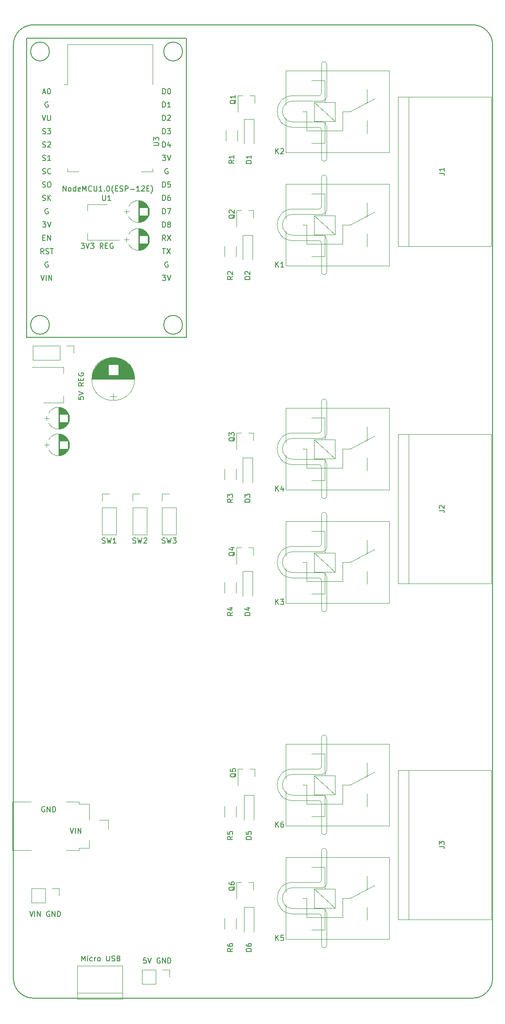
<source format=gbr>
G04 #@! TF.GenerationSoftware,KiCad,Pcbnew,(5.1.12-1-10_14)*
G04 #@! TF.CreationDate,2021-11-18T09:42:33+01:00*
G04 #@! TF.ProjectId,window-shutter-relay-esp8266,77696e64-6f77-42d7-9368-75747465722d,rev?*
G04 #@! TF.SameCoordinates,Original*
G04 #@! TF.FileFunction,Legend,Top*
G04 #@! TF.FilePolarity,Positive*
%FSLAX46Y46*%
G04 Gerber Fmt 4.6, Leading zero omitted, Abs format (unit mm)*
G04 Created by KiCad (PCBNEW (5.1.12-1-10_14)) date 2021-11-18 09:42:33*
%MOMM*%
%LPD*%
G01*
G04 APERTURE LIST*
%ADD10C,0.150000*%
G04 #@! TA.AperFunction,Profile*
%ADD11C,0.100000*%
G04 #@! TD*
G04 #@! TA.AperFunction,Profile*
%ADD12C,0.150000*%
G04 #@! TD*
%ADD13C,0.120000*%
G04 APERTURE END LIST*
D10*
X13019542Y-178353980D02*
X13019542Y-177353980D01*
X13352876Y-178068266D01*
X13686209Y-177353980D01*
X13686209Y-178353980D01*
X14162400Y-178353980D02*
X14162400Y-177687314D01*
X14162400Y-177353980D02*
X14114780Y-177401600D01*
X14162400Y-177449219D01*
X14210019Y-177401600D01*
X14162400Y-177353980D01*
X14162400Y-177449219D01*
X15067161Y-178306361D02*
X14971923Y-178353980D01*
X14781447Y-178353980D01*
X14686209Y-178306361D01*
X14638590Y-178258742D01*
X14590971Y-178163504D01*
X14590971Y-177877790D01*
X14638590Y-177782552D01*
X14686209Y-177734933D01*
X14781447Y-177687314D01*
X14971923Y-177687314D01*
X15067161Y-177734933D01*
X15495733Y-178353980D02*
X15495733Y-177687314D01*
X15495733Y-177877790D02*
X15543352Y-177782552D01*
X15590971Y-177734933D01*
X15686209Y-177687314D01*
X15781447Y-177687314D01*
X16257638Y-178353980D02*
X16162400Y-178306361D01*
X16114780Y-178258742D01*
X16067161Y-178163504D01*
X16067161Y-177877790D01*
X16114780Y-177782552D01*
X16162400Y-177734933D01*
X16257638Y-177687314D01*
X16400495Y-177687314D01*
X16495733Y-177734933D01*
X16543352Y-177782552D01*
X16590971Y-177877790D01*
X16590971Y-178163504D01*
X16543352Y-178258742D01*
X16495733Y-178306361D01*
X16400495Y-178353980D01*
X16257638Y-178353980D01*
X17781447Y-177353980D02*
X17781447Y-178163504D01*
X17829066Y-178258742D01*
X17876685Y-178306361D01*
X17971923Y-178353980D01*
X18162400Y-178353980D01*
X18257638Y-178306361D01*
X18305257Y-178258742D01*
X18352876Y-178163504D01*
X18352876Y-177353980D01*
X18781447Y-178306361D02*
X18924304Y-178353980D01*
X19162400Y-178353980D01*
X19257638Y-178306361D01*
X19305257Y-178258742D01*
X19352876Y-178163504D01*
X19352876Y-178068266D01*
X19305257Y-177973028D01*
X19257638Y-177925409D01*
X19162400Y-177877790D01*
X18971923Y-177830171D01*
X18876685Y-177782552D01*
X18829066Y-177734933D01*
X18781447Y-177639695D01*
X18781447Y-177544457D01*
X18829066Y-177449219D01*
X18876685Y-177401600D01*
X18971923Y-177353980D01*
X19210019Y-177353980D01*
X19352876Y-177401600D01*
X20114780Y-177830171D02*
X20257638Y-177877790D01*
X20305257Y-177925409D01*
X20352876Y-178020647D01*
X20352876Y-178163504D01*
X20305257Y-178258742D01*
X20257638Y-178306361D01*
X20162400Y-178353980D01*
X19781447Y-178353980D01*
X19781447Y-177353980D01*
X20114780Y-177353980D01*
X20210019Y-177401600D01*
X20257638Y-177449219D01*
X20305257Y-177544457D01*
X20305257Y-177639695D01*
X20257638Y-177734933D01*
X20210019Y-177782552D01*
X20114780Y-177830171D01*
X19781447Y-177830171D01*
X12930571Y-41616380D02*
X13549619Y-41616380D01*
X13216285Y-41997333D01*
X13359142Y-41997333D01*
X13454380Y-42044952D01*
X13502000Y-42092571D01*
X13549619Y-42187809D01*
X13549619Y-42425904D01*
X13502000Y-42521142D01*
X13454380Y-42568761D01*
X13359142Y-42616380D01*
X13073428Y-42616380D01*
X12978190Y-42568761D01*
X12930571Y-42521142D01*
X13835333Y-41616380D02*
X14168666Y-42616380D01*
X14502000Y-41616380D01*
X14740095Y-41616380D02*
X15359142Y-41616380D01*
X15025809Y-41997333D01*
X15168666Y-41997333D01*
X15263904Y-42044952D01*
X15311523Y-42092571D01*
X15359142Y-42187809D01*
X15359142Y-42425904D01*
X15311523Y-42521142D01*
X15263904Y-42568761D01*
X15168666Y-42616380D01*
X14882952Y-42616380D01*
X14787714Y-42568761D01*
X14740095Y-42521142D01*
X17121047Y-42616380D02*
X16787714Y-42140190D01*
X16549619Y-42616380D02*
X16549619Y-41616380D01*
X16930571Y-41616380D01*
X17025809Y-41664000D01*
X17073428Y-41711619D01*
X17121047Y-41806857D01*
X17121047Y-41949714D01*
X17073428Y-42044952D01*
X17025809Y-42092571D01*
X16930571Y-42140190D01*
X16549619Y-42140190D01*
X17549619Y-42092571D02*
X17882952Y-42092571D01*
X18025809Y-42616380D02*
X17549619Y-42616380D01*
X17549619Y-41616380D01*
X18025809Y-41616380D01*
X18978190Y-41664000D02*
X18882952Y-41616380D01*
X18740095Y-41616380D01*
X18597238Y-41664000D01*
X18502000Y-41759238D01*
X18454380Y-41854476D01*
X18406761Y-42044952D01*
X18406761Y-42187809D01*
X18454380Y-42378285D01*
X18502000Y-42473523D01*
X18597238Y-42568761D01*
X18740095Y-42616380D01*
X18835333Y-42616380D01*
X18978190Y-42568761D01*
X19025809Y-42521142D01*
X19025809Y-42187809D01*
X18835333Y-42187809D01*
X5962095Y-148972000D02*
X5866857Y-148924380D01*
X5723999Y-148924380D01*
X5581142Y-148972000D01*
X5485904Y-149067238D01*
X5438285Y-149162476D01*
X5390666Y-149352952D01*
X5390666Y-149495809D01*
X5438285Y-149686285D01*
X5485904Y-149781523D01*
X5581142Y-149876761D01*
X5723999Y-149924380D01*
X5819238Y-149924380D01*
X5962095Y-149876761D01*
X6009714Y-149829142D01*
X6009714Y-149495809D01*
X5819238Y-149495809D01*
X6438285Y-149924380D02*
X6438285Y-148924380D01*
X7009714Y-149924380D01*
X7009714Y-148924380D01*
X7485904Y-149924380D02*
X7485904Y-148924380D01*
X7724000Y-148924380D01*
X7866857Y-148972000D01*
X7962095Y-149067238D01*
X8009714Y-149162476D01*
X8057333Y-149352952D01*
X8057333Y-149495809D01*
X8009714Y-149686285D01*
X7962095Y-149781523D01*
X7866857Y-149876761D01*
X7724000Y-149924380D01*
X7485904Y-149924380D01*
X10842761Y-152988380D02*
X11176095Y-153988380D01*
X11509428Y-152988380D01*
X11842761Y-153988380D02*
X11842761Y-152988380D01*
X12318952Y-153988380D02*
X12318952Y-152988380D01*
X12890380Y-153988380D01*
X12890380Y-152988380D01*
X3096000Y-168870380D02*
X3429333Y-169870380D01*
X3762666Y-168870380D01*
X4096000Y-169870380D02*
X4096000Y-168870380D01*
X4572190Y-169870380D02*
X4572190Y-168870380D01*
X5143619Y-169870380D01*
X5143619Y-168870380D01*
X6905523Y-168918000D02*
X6810285Y-168870380D01*
X6667428Y-168870380D01*
X6524571Y-168918000D01*
X6429333Y-169013238D01*
X6381714Y-169108476D01*
X6334095Y-169298952D01*
X6334095Y-169441809D01*
X6381714Y-169632285D01*
X6429333Y-169727523D01*
X6524571Y-169822761D01*
X6667428Y-169870380D01*
X6762666Y-169870380D01*
X6905523Y-169822761D01*
X6953142Y-169775142D01*
X6953142Y-169441809D01*
X6762666Y-169441809D01*
X7381714Y-169870380D02*
X7381714Y-168870380D01*
X7953142Y-169870380D01*
X7953142Y-168870380D01*
X8429333Y-169870380D02*
X8429333Y-168870380D01*
X8667428Y-168870380D01*
X8810285Y-168918000D01*
X8905523Y-169013238D01*
X8953142Y-169108476D01*
X9000761Y-169298952D01*
X9000761Y-169441809D01*
X8953142Y-169632285D01*
X8905523Y-169727523D01*
X8810285Y-169822761D01*
X8667428Y-169870380D01*
X8429333Y-169870380D01*
X9510190Y-31694380D02*
X9510190Y-30694380D01*
X10081619Y-31694380D01*
X10081619Y-30694380D01*
X10700666Y-31694380D02*
X10605428Y-31646761D01*
X10557809Y-31599142D01*
X10510190Y-31503904D01*
X10510190Y-31218190D01*
X10557809Y-31122952D01*
X10605428Y-31075333D01*
X10700666Y-31027714D01*
X10843523Y-31027714D01*
X10938761Y-31075333D01*
X10986380Y-31122952D01*
X11033999Y-31218190D01*
X11033999Y-31503904D01*
X10986380Y-31599142D01*
X10938761Y-31646761D01*
X10843523Y-31694380D01*
X10700666Y-31694380D01*
X11891142Y-31694380D02*
X11891142Y-30694380D01*
X11891142Y-31646761D02*
X11795904Y-31694380D01*
X11605428Y-31694380D01*
X11510190Y-31646761D01*
X11462571Y-31599142D01*
X11414952Y-31503904D01*
X11414952Y-31218190D01*
X11462571Y-31122952D01*
X11510190Y-31075333D01*
X11605428Y-31027714D01*
X11795904Y-31027714D01*
X11891142Y-31075333D01*
X12748285Y-31646761D02*
X12653047Y-31694380D01*
X12462571Y-31694380D01*
X12367333Y-31646761D01*
X12319714Y-31551523D01*
X12319714Y-31170571D01*
X12367333Y-31075333D01*
X12462571Y-31027714D01*
X12653047Y-31027714D01*
X12748285Y-31075333D01*
X12795904Y-31170571D01*
X12795904Y-31265809D01*
X12319714Y-31361047D01*
X13224476Y-31694380D02*
X13224476Y-30694380D01*
X13557809Y-31408666D01*
X13891142Y-30694380D01*
X13891142Y-31694380D01*
X14938761Y-31599142D02*
X14891142Y-31646761D01*
X14748285Y-31694380D01*
X14653047Y-31694380D01*
X14510190Y-31646761D01*
X14414952Y-31551523D01*
X14367333Y-31456285D01*
X14319714Y-31265809D01*
X14319714Y-31122952D01*
X14367333Y-30932476D01*
X14414952Y-30837238D01*
X14510190Y-30742000D01*
X14653047Y-30694380D01*
X14748285Y-30694380D01*
X14891142Y-30742000D01*
X14938761Y-30789619D01*
X15367333Y-30694380D02*
X15367333Y-31503904D01*
X15414952Y-31599142D01*
X15462571Y-31646761D01*
X15557809Y-31694380D01*
X15748285Y-31694380D01*
X15843523Y-31646761D01*
X15891142Y-31599142D01*
X15938761Y-31503904D01*
X15938761Y-30694380D01*
X16938761Y-31694380D02*
X16367333Y-31694380D01*
X16653047Y-31694380D02*
X16653047Y-30694380D01*
X16557809Y-30837238D01*
X16462571Y-30932476D01*
X16367333Y-30980095D01*
X17367333Y-31599142D02*
X17414952Y-31646761D01*
X17367333Y-31694380D01*
X17319714Y-31646761D01*
X17367333Y-31599142D01*
X17367333Y-31694380D01*
X18034000Y-30694380D02*
X18129238Y-30694380D01*
X18224476Y-30742000D01*
X18272095Y-30789619D01*
X18319714Y-30884857D01*
X18367333Y-31075333D01*
X18367333Y-31313428D01*
X18319714Y-31503904D01*
X18272095Y-31599142D01*
X18224476Y-31646761D01*
X18129238Y-31694380D01*
X18034000Y-31694380D01*
X17938761Y-31646761D01*
X17891142Y-31599142D01*
X17843523Y-31503904D01*
X17795904Y-31313428D01*
X17795904Y-31075333D01*
X17843523Y-30884857D01*
X17891142Y-30789619D01*
X17938761Y-30742000D01*
X18034000Y-30694380D01*
X19081619Y-32075333D02*
X19033999Y-32027714D01*
X18938761Y-31884857D01*
X18891142Y-31789619D01*
X18843523Y-31646761D01*
X18795904Y-31408666D01*
X18795904Y-31218190D01*
X18843523Y-30980095D01*
X18891142Y-30837238D01*
X18938761Y-30742000D01*
X19033999Y-30599142D01*
X19081619Y-30551523D01*
X19462571Y-31170571D02*
X19795904Y-31170571D01*
X19938761Y-31694380D02*
X19462571Y-31694380D01*
X19462571Y-30694380D01*
X19938761Y-30694380D01*
X20319714Y-31646761D02*
X20462571Y-31694380D01*
X20700666Y-31694380D01*
X20795904Y-31646761D01*
X20843523Y-31599142D01*
X20891142Y-31503904D01*
X20891142Y-31408666D01*
X20843523Y-31313428D01*
X20795904Y-31265809D01*
X20700666Y-31218190D01*
X20510190Y-31170571D01*
X20414952Y-31122952D01*
X20367333Y-31075333D01*
X20319714Y-30980095D01*
X20319714Y-30884857D01*
X20367333Y-30789619D01*
X20414952Y-30742000D01*
X20510190Y-30694380D01*
X20748285Y-30694380D01*
X20891142Y-30742000D01*
X21319714Y-31694380D02*
X21319714Y-30694380D01*
X21700666Y-30694380D01*
X21795904Y-30742000D01*
X21843523Y-30789619D01*
X21891142Y-30884857D01*
X21891142Y-31027714D01*
X21843523Y-31122952D01*
X21795904Y-31170571D01*
X21700666Y-31218190D01*
X21319714Y-31218190D01*
X22319714Y-31313428D02*
X23081619Y-31313428D01*
X24081619Y-31694380D02*
X23510190Y-31694380D01*
X23795904Y-31694380D02*
X23795904Y-30694380D01*
X23700666Y-30837238D01*
X23605428Y-30932476D01*
X23510190Y-30980095D01*
X24462571Y-30789619D02*
X24510190Y-30742000D01*
X24605428Y-30694380D01*
X24843523Y-30694380D01*
X24938761Y-30742000D01*
X24986380Y-30789619D01*
X25033999Y-30884857D01*
X25033999Y-30980095D01*
X24986380Y-31122952D01*
X24414952Y-31694380D01*
X25033999Y-31694380D01*
X25462571Y-31170571D02*
X25795904Y-31170571D01*
X25938761Y-31694380D02*
X25462571Y-31694380D01*
X25462571Y-30694380D01*
X25938761Y-30694380D01*
X26272095Y-32075333D02*
X26319714Y-32027714D01*
X26414952Y-31884857D01*
X26462571Y-31789619D01*
X26510190Y-31646761D01*
X26557809Y-31408666D01*
X26557809Y-31218190D01*
X26510190Y-30980095D01*
X26462571Y-30837238D01*
X26414952Y-30742000D01*
X26319714Y-30599142D01*
X26272095Y-30551523D01*
D11*
X58997106Y-168369999D02*
G75*
G02*
X59790000Y-169162893I0J-792894D01*
G01*
X59790000Y-175370000D02*
X59790000Y-169162893D01*
X59790000Y-175370000D02*
G75*
G02*
X58790000Y-175370000I-500000J0D01*
G01*
X58790000Y-169870000D02*
X58790000Y-175370000D01*
X58290000Y-169370000D02*
G75*
G02*
X58790000Y-169870000I0J-500000D01*
G01*
X53340000Y-169370000D02*
X58290000Y-169370000D01*
X53340000Y-169370000D02*
G75*
G02*
X53340000Y-163370000I0J3000000D01*
G01*
X58290000Y-163370000D02*
X53340000Y-163370000D01*
X58790000Y-162870000D02*
G75*
G02*
X58290000Y-163370000I-500000J0D01*
G01*
X58790000Y-157369999D02*
X58790000Y-162870000D01*
X58789999Y-157369999D02*
G75*
G02*
X59789999Y-157369999I500000J0D01*
G01*
X59790000Y-163577106D02*
X59789999Y-157369999D01*
X59790000Y-163577106D02*
G75*
G02*
X58997106Y-164370000I-792894J0D01*
G01*
X53340000Y-164370000D02*
X58997106Y-164370000D01*
X53340000Y-168370000D02*
G75*
G02*
X53340000Y-164370000I0J2000000D01*
G01*
X58997106Y-168370000D02*
X53340000Y-168370000D01*
X58997106Y-146779999D02*
G75*
G02*
X59790000Y-147572893I0J-792894D01*
G01*
X59790000Y-153780000D02*
X59790000Y-147572893D01*
X59790000Y-153780000D02*
G75*
G02*
X58790000Y-153780000I-500000J0D01*
G01*
X58790000Y-148280000D02*
X58790000Y-153780000D01*
X58290000Y-147780000D02*
G75*
G02*
X58790000Y-148280000I0J-500000D01*
G01*
X53340000Y-147780000D02*
X58290000Y-147780000D01*
X53340000Y-147780000D02*
G75*
G02*
X53340000Y-141780000I0J3000000D01*
G01*
X58290000Y-141780000D02*
X53340000Y-141780000D01*
X58790000Y-141280000D02*
G75*
G02*
X58290000Y-141780000I-500000J0D01*
G01*
X58790000Y-135779999D02*
X58790000Y-141280000D01*
X58789999Y-135779999D02*
G75*
G02*
X59789999Y-135779999I500000J0D01*
G01*
X59790000Y-141987106D02*
X59789999Y-135779999D01*
X59790000Y-141987106D02*
G75*
G02*
X58997106Y-142780000I-792894J0D01*
G01*
X53340000Y-142780000D02*
X58997106Y-142780000D01*
X53340000Y-146780000D02*
G75*
G02*
X53340000Y-142780000I0J2000000D01*
G01*
X58997106Y-146780000D02*
X53340000Y-146780000D01*
X58997106Y-104361999D02*
G75*
G02*
X59790000Y-105154893I0J-792894D01*
G01*
X59790000Y-111362000D02*
X59790000Y-105154893D01*
X59790000Y-111362000D02*
G75*
G02*
X58790000Y-111362000I-500000J0D01*
G01*
X58790000Y-105862000D02*
X58790000Y-111362000D01*
X58290000Y-105362000D02*
G75*
G02*
X58790000Y-105862000I0J-500000D01*
G01*
X53340000Y-105362000D02*
X58290000Y-105362000D01*
X53340000Y-105362000D02*
G75*
G02*
X53340000Y-99362000I0J3000000D01*
G01*
X58290000Y-99362000D02*
X53340000Y-99362000D01*
X58790000Y-98862000D02*
G75*
G02*
X58290000Y-99362000I-500000J0D01*
G01*
X58790000Y-93361999D02*
X58790000Y-98862000D01*
X58789999Y-93361999D02*
G75*
G02*
X59789999Y-93361999I500000J0D01*
G01*
X59790000Y-99569106D02*
X59789999Y-93361999D01*
X59790000Y-99569106D02*
G75*
G02*
X58997106Y-100362000I-792894J0D01*
G01*
X53340000Y-100362000D02*
X58997106Y-100362000D01*
X53340000Y-104362000D02*
G75*
G02*
X53340000Y-100362000I0J2000000D01*
G01*
X58997106Y-104362000D02*
X53340000Y-104362000D01*
X58997106Y-82771999D02*
G75*
G02*
X59790000Y-83564893I0J-792894D01*
G01*
X59790000Y-89772000D02*
X59790000Y-83564893D01*
X59790000Y-89772000D02*
G75*
G02*
X58790000Y-89772000I-500000J0D01*
G01*
X58790000Y-84272000D02*
X58790000Y-89772000D01*
X58290000Y-83772000D02*
G75*
G02*
X58790000Y-84272000I0J-500000D01*
G01*
X53340000Y-83772000D02*
X58290000Y-83772000D01*
X53340000Y-83772000D02*
G75*
G02*
X53340000Y-77772000I0J3000000D01*
G01*
X58290000Y-77772000D02*
X53340000Y-77772000D01*
X58790000Y-77272000D02*
G75*
G02*
X58290000Y-77772000I-500000J0D01*
G01*
X58790000Y-71771999D02*
X58790000Y-77272000D01*
X58789999Y-71771999D02*
G75*
G02*
X59789999Y-71771999I500000J0D01*
G01*
X59790000Y-77979106D02*
X59789999Y-71771999D01*
X59790000Y-77979106D02*
G75*
G02*
X58997106Y-78772000I-792894J0D01*
G01*
X53340000Y-78772000D02*
X58997106Y-78772000D01*
X53340000Y-82772000D02*
G75*
G02*
X53340000Y-78772000I0J2000000D01*
G01*
X58997106Y-82772000D02*
X53340000Y-82772000D01*
X58997106Y-40099999D02*
G75*
G02*
X59790000Y-40892893I0J-792894D01*
G01*
X59790000Y-47100000D02*
X59790000Y-40892893D01*
X59790000Y-47100000D02*
G75*
G02*
X58790000Y-47100000I-500000J0D01*
G01*
X58790000Y-41600000D02*
X58790000Y-47100000D01*
X58290000Y-41100000D02*
G75*
G02*
X58790000Y-41600000I0J-500000D01*
G01*
X53340000Y-41100000D02*
X58290000Y-41100000D01*
X53340000Y-41100000D02*
G75*
G02*
X53340000Y-35100000I0J3000000D01*
G01*
X58290000Y-35100000D02*
X53340000Y-35100000D01*
X58790000Y-34600000D02*
G75*
G02*
X58290000Y-35100000I-500000J0D01*
G01*
X58790000Y-29099999D02*
X58790000Y-34600000D01*
X58789999Y-29099999D02*
G75*
G02*
X59789999Y-29099999I500000J0D01*
G01*
X59790000Y-35307106D02*
X59789999Y-29099999D01*
X59790000Y-35307106D02*
G75*
G02*
X58997106Y-36100000I-792894J0D01*
G01*
X53340000Y-36100000D02*
X58997106Y-36100000D01*
X53340000Y-40100000D02*
G75*
G02*
X53340000Y-36100000I0J2000000D01*
G01*
X58997106Y-40100000D02*
X53340000Y-40100000D01*
X58997106Y-18509999D02*
G75*
G02*
X59790000Y-19302893I0J-792894D01*
G01*
X59790000Y-25510000D02*
X59790000Y-19302893D01*
X59790000Y-25510000D02*
G75*
G02*
X58790000Y-25510000I-500000J0D01*
G01*
X58790000Y-20010000D02*
X58790000Y-25510000D01*
X58290000Y-19510000D02*
G75*
G02*
X58790000Y-20010000I0J-500000D01*
G01*
X53340000Y-19510000D02*
X58290000Y-19510000D01*
X53340000Y-19510000D02*
G75*
G02*
X53340000Y-13510000I0J3000000D01*
G01*
X58290000Y-13510000D02*
X53340000Y-13510000D01*
X58790000Y-13010000D02*
G75*
G02*
X58290000Y-13510000I-500000J0D01*
G01*
X58790000Y-7509999D02*
X58790000Y-13010000D01*
X58789999Y-7509999D02*
G75*
G02*
X59789999Y-7509999I500000J0D01*
G01*
X59790000Y-13717106D02*
X59789999Y-7509999D01*
X59790000Y-13717106D02*
G75*
G02*
X58997106Y-14510000I-792894J0D01*
G01*
X53340000Y-14510000D02*
X58997106Y-14510000D01*
X53340000Y-18510000D02*
G75*
G02*
X53340000Y-14510000I0J2000000D01*
G01*
X58997106Y-18510000D02*
X53340000Y-18510000D01*
D12*
X91440000Y-181610000D02*
X91440000Y-3810000D01*
X3810000Y-185420000D02*
G75*
G02*
X0Y-181610000I0J3810000D01*
G01*
X91440000Y-181610000D02*
G75*
G02*
X87630000Y-185420000I-3810000J0D01*
G01*
X87630000Y0D02*
G75*
G02*
X91440000Y-3810000I0J-3810000D01*
G01*
X0Y-3810000D02*
G75*
G02*
X3810000Y0I3810000J0D01*
G01*
D10*
X12406380Y-70857809D02*
X12406380Y-71334000D01*
X12882571Y-71381619D01*
X12834952Y-71334000D01*
X12787333Y-71238761D01*
X12787333Y-71000666D01*
X12834952Y-70905428D01*
X12882571Y-70857809D01*
X12977809Y-70810190D01*
X13215904Y-70810190D01*
X13311142Y-70857809D01*
X13358761Y-70905428D01*
X13406380Y-71000666D01*
X13406380Y-71238761D01*
X13358761Y-71334000D01*
X13311142Y-71381619D01*
X12406380Y-70524476D02*
X13406380Y-70191142D01*
X12406380Y-69857809D01*
X13406380Y-68191142D02*
X12930190Y-68524476D01*
X13406380Y-68762571D02*
X12406380Y-68762571D01*
X12406380Y-68381619D01*
X12454000Y-68286380D01*
X12501619Y-68238761D01*
X12596857Y-68191142D01*
X12739714Y-68191142D01*
X12834952Y-68238761D01*
X12882571Y-68286380D01*
X12930190Y-68381619D01*
X12930190Y-68762571D01*
X12882571Y-67762571D02*
X12882571Y-67429238D01*
X13406380Y-67286380D02*
X13406380Y-67762571D01*
X12406380Y-67762571D01*
X12406380Y-67286380D01*
X12454000Y-66334000D02*
X12406380Y-66429238D01*
X12406380Y-66572095D01*
X12454000Y-66714952D01*
X12549238Y-66810190D01*
X12644476Y-66857809D01*
X12834952Y-66905428D01*
X12977809Y-66905428D01*
X13168285Y-66857809D01*
X13263523Y-66810190D01*
X13358761Y-66714952D01*
X13406380Y-66572095D01*
X13406380Y-66476857D01*
X13358761Y-66334000D01*
X13311142Y-66286380D01*
X12977809Y-66286380D01*
X12977809Y-66476857D01*
X25336761Y-177760380D02*
X24860571Y-177760380D01*
X24812952Y-178236571D01*
X24860571Y-178188952D01*
X24955809Y-178141333D01*
X25193904Y-178141333D01*
X25289142Y-178188952D01*
X25336761Y-178236571D01*
X25384380Y-178331809D01*
X25384380Y-178569904D01*
X25336761Y-178665142D01*
X25289142Y-178712761D01*
X25193904Y-178760380D01*
X24955809Y-178760380D01*
X24860571Y-178712761D01*
X24812952Y-178665142D01*
X25670095Y-177760380D02*
X26003428Y-178760380D01*
X26336761Y-177760380D01*
X27955809Y-177808000D02*
X27860571Y-177760380D01*
X27717714Y-177760380D01*
X27574857Y-177808000D01*
X27479619Y-177903238D01*
X27432000Y-177998476D01*
X27384380Y-178188952D01*
X27384380Y-178331809D01*
X27432000Y-178522285D01*
X27479619Y-178617523D01*
X27574857Y-178712761D01*
X27717714Y-178760380D01*
X27812952Y-178760380D01*
X27955809Y-178712761D01*
X28003428Y-178665142D01*
X28003428Y-178331809D01*
X27812952Y-178331809D01*
X28432000Y-178760380D02*
X28432000Y-177760380D01*
X29003428Y-178760380D01*
X29003428Y-177760380D01*
X29479619Y-178760380D02*
X29479619Y-177760380D01*
X29717714Y-177760380D01*
X29860571Y-177808000D01*
X29955809Y-177903238D01*
X30003428Y-177998476D01*
X30051047Y-178188952D01*
X30051047Y-178331809D01*
X30003428Y-178522285D01*
X29955809Y-178617523D01*
X29860571Y-178712761D01*
X29717714Y-178760380D01*
X29479619Y-178760380D01*
D12*
X0Y-3810000D02*
X0Y-181610000D01*
X87630000Y0D02*
X3810000Y0D01*
X3810000Y-185420000D02*
X87630000Y-185420000D01*
D13*
X10295000Y-11375000D02*
X9685000Y-11375000D01*
X10295000Y-11375000D02*
X10295000Y-3755000D01*
X10295000Y-27995000D02*
X10295000Y-27375000D01*
X12415000Y-27995000D02*
X10295000Y-27995000D01*
X26535000Y-27995000D02*
X24415000Y-27995000D01*
X26535000Y-27375000D02*
X26535000Y-27995000D01*
X26535000Y-3755000D02*
X26535000Y-11375000D01*
X10295000Y-3755000D02*
X26535000Y-3755000D01*
X21610000Y-35110000D02*
X21610000Y-36010000D01*
X21160000Y-35560000D02*
X22060000Y-35560000D01*
X25941000Y-35395000D02*
X25941000Y-35725000D01*
X25901000Y-35145000D02*
X25901000Y-35975000D01*
X25861000Y-34993000D02*
X25861000Y-36127000D01*
X25821000Y-34874000D02*
X25821000Y-36246000D01*
X25781000Y-34774000D02*
X25781000Y-36346000D01*
X25741000Y-34686000D02*
X25741000Y-36434000D01*
X25701000Y-34608000D02*
X25701000Y-36512000D01*
X25661000Y-34537000D02*
X25661000Y-36583000D01*
X25621000Y-36340000D02*
X25621000Y-36648000D01*
X25621000Y-34472000D02*
X25621000Y-34780000D01*
X25581000Y-36340000D02*
X25581000Y-36708000D01*
X25581000Y-34412000D02*
X25581000Y-34780000D01*
X25541000Y-36340000D02*
X25541000Y-36764000D01*
X25541000Y-34356000D02*
X25541000Y-34780000D01*
X25501000Y-36340000D02*
X25501000Y-36816000D01*
X25501000Y-34304000D02*
X25501000Y-34780000D01*
X25461000Y-36340000D02*
X25461000Y-36865000D01*
X25461000Y-34255000D02*
X25461000Y-34780000D01*
X25421000Y-36340000D02*
X25421000Y-36911000D01*
X25421000Y-34209000D02*
X25421000Y-34780000D01*
X25381000Y-36340000D02*
X25381000Y-36955000D01*
X25381000Y-34165000D02*
X25381000Y-34780000D01*
X25341000Y-36340000D02*
X25341000Y-36996000D01*
X25341000Y-34124000D02*
X25341000Y-34780000D01*
X25301000Y-36340000D02*
X25301000Y-37035000D01*
X25301000Y-34085000D02*
X25301000Y-34780000D01*
X25261000Y-36340000D02*
X25261000Y-37072000D01*
X25261000Y-34048000D02*
X25261000Y-34780000D01*
X25221000Y-36340000D02*
X25221000Y-37107000D01*
X25221000Y-34013000D02*
X25221000Y-34780000D01*
X25181000Y-36340000D02*
X25181000Y-37141000D01*
X25181000Y-33979000D02*
X25181000Y-34780000D01*
X25141000Y-36340000D02*
X25141000Y-37173000D01*
X25141000Y-33947000D02*
X25141000Y-34780000D01*
X25101000Y-36340000D02*
X25101000Y-37203000D01*
X25101000Y-33917000D02*
X25101000Y-34780000D01*
X25061000Y-36340000D02*
X25061000Y-37232000D01*
X25061000Y-33888000D02*
X25061000Y-34780000D01*
X25021000Y-36340000D02*
X25021000Y-37259000D01*
X25021000Y-33861000D02*
X25021000Y-34780000D01*
X24981000Y-36340000D02*
X24981000Y-37285000D01*
X24981000Y-33835000D02*
X24981000Y-34780000D01*
X24941000Y-36340000D02*
X24941000Y-37310000D01*
X24941000Y-33810000D02*
X24941000Y-34780000D01*
X24901000Y-36340000D02*
X24901000Y-37333000D01*
X24901000Y-33787000D02*
X24901000Y-34780000D01*
X24861000Y-36340000D02*
X24861000Y-37356000D01*
X24861000Y-33764000D02*
X24861000Y-34780000D01*
X24821000Y-36340000D02*
X24821000Y-37377000D01*
X24821000Y-33743000D02*
X24821000Y-34780000D01*
X24781000Y-36340000D02*
X24781000Y-37397000D01*
X24781000Y-33723000D02*
X24781000Y-34780000D01*
X24741000Y-36340000D02*
X24741000Y-37416000D01*
X24741000Y-33704000D02*
X24741000Y-34780000D01*
X24701000Y-36340000D02*
X24701000Y-37434000D01*
X24701000Y-33686000D02*
X24701000Y-34780000D01*
X24661000Y-36340000D02*
X24661000Y-37451000D01*
X24661000Y-33669000D02*
X24661000Y-34780000D01*
X24621000Y-36340000D02*
X24621000Y-37467000D01*
X24621000Y-33653000D02*
X24621000Y-34780000D01*
X24581000Y-36340000D02*
X24581000Y-37483000D01*
X24581000Y-33637000D02*
X24581000Y-34780000D01*
X24540000Y-36340000D02*
X24540000Y-37497000D01*
X24540000Y-33623000D02*
X24540000Y-34780000D01*
X24500000Y-36340000D02*
X24500000Y-37510000D01*
X24500000Y-33610000D02*
X24500000Y-34780000D01*
X24460000Y-36340000D02*
X24460000Y-37523000D01*
X24460000Y-33597000D02*
X24460000Y-34780000D01*
X24420000Y-36340000D02*
X24420000Y-37534000D01*
X24420000Y-33586000D02*
X24420000Y-34780000D01*
X24380000Y-36340000D02*
X24380000Y-37545000D01*
X24380000Y-33575000D02*
X24380000Y-34780000D01*
X24340000Y-36340000D02*
X24340000Y-37555000D01*
X24340000Y-33565000D02*
X24340000Y-34780000D01*
X24300000Y-36340000D02*
X24300000Y-37564000D01*
X24300000Y-33556000D02*
X24300000Y-34780000D01*
X24260000Y-36340000D02*
X24260000Y-37572000D01*
X24260000Y-33548000D02*
X24260000Y-34780000D01*
X24220000Y-36340000D02*
X24220000Y-37579000D01*
X24220000Y-33541000D02*
X24220000Y-34780000D01*
X24180000Y-36340000D02*
X24180000Y-37586000D01*
X24180000Y-33534000D02*
X24180000Y-34780000D01*
X24140000Y-36340000D02*
X24140000Y-37592000D01*
X24140000Y-33528000D02*
X24140000Y-34780000D01*
X24100000Y-36340000D02*
X24100000Y-37597000D01*
X24100000Y-33523000D02*
X24100000Y-34780000D01*
X24060000Y-33519000D02*
X24060000Y-37601000D01*
X24020000Y-33516000D02*
X24020000Y-37604000D01*
X23980000Y-33513000D02*
X23980000Y-37607000D01*
X23940000Y-33511000D02*
X23940000Y-37609000D01*
X23900000Y-33510000D02*
X23900000Y-37610000D01*
X23860000Y-33510000D02*
X23860000Y-37610000D01*
X25706436Y-34580830D02*
G75*
G03*
X22014004Y-34580000I-1846436J-979170D01*
G01*
X25706436Y-36539170D02*
G75*
G02*
X22014004Y-36540000I-1846436J979170D01*
G01*
X25706436Y-36539170D02*
G75*
G03*
X25705996Y-34580000I-1846436J979170D01*
G01*
X21610000Y-40444000D02*
X21610000Y-41344000D01*
X21160000Y-40894000D02*
X22060000Y-40894000D01*
X25941000Y-40729000D02*
X25941000Y-41059000D01*
X25901000Y-40479000D02*
X25901000Y-41309000D01*
X25861000Y-40327000D02*
X25861000Y-41461000D01*
X25821000Y-40208000D02*
X25821000Y-41580000D01*
X25781000Y-40108000D02*
X25781000Y-41680000D01*
X25741000Y-40020000D02*
X25741000Y-41768000D01*
X25701000Y-39942000D02*
X25701000Y-41846000D01*
X25661000Y-39871000D02*
X25661000Y-41917000D01*
X25621000Y-41674000D02*
X25621000Y-41982000D01*
X25621000Y-39806000D02*
X25621000Y-40114000D01*
X25581000Y-41674000D02*
X25581000Y-42042000D01*
X25581000Y-39746000D02*
X25581000Y-40114000D01*
X25541000Y-41674000D02*
X25541000Y-42098000D01*
X25541000Y-39690000D02*
X25541000Y-40114000D01*
X25501000Y-41674000D02*
X25501000Y-42150000D01*
X25501000Y-39638000D02*
X25501000Y-40114000D01*
X25461000Y-41674000D02*
X25461000Y-42199000D01*
X25461000Y-39589000D02*
X25461000Y-40114000D01*
X25421000Y-41674000D02*
X25421000Y-42245000D01*
X25421000Y-39543000D02*
X25421000Y-40114000D01*
X25381000Y-41674000D02*
X25381000Y-42289000D01*
X25381000Y-39499000D02*
X25381000Y-40114000D01*
X25341000Y-41674000D02*
X25341000Y-42330000D01*
X25341000Y-39458000D02*
X25341000Y-40114000D01*
X25301000Y-41674000D02*
X25301000Y-42369000D01*
X25301000Y-39419000D02*
X25301000Y-40114000D01*
X25261000Y-41674000D02*
X25261000Y-42406000D01*
X25261000Y-39382000D02*
X25261000Y-40114000D01*
X25221000Y-41674000D02*
X25221000Y-42441000D01*
X25221000Y-39347000D02*
X25221000Y-40114000D01*
X25181000Y-41674000D02*
X25181000Y-42475000D01*
X25181000Y-39313000D02*
X25181000Y-40114000D01*
X25141000Y-41674000D02*
X25141000Y-42507000D01*
X25141000Y-39281000D02*
X25141000Y-40114000D01*
X25101000Y-41674000D02*
X25101000Y-42537000D01*
X25101000Y-39251000D02*
X25101000Y-40114000D01*
X25061000Y-41674000D02*
X25061000Y-42566000D01*
X25061000Y-39222000D02*
X25061000Y-40114000D01*
X25021000Y-41674000D02*
X25021000Y-42593000D01*
X25021000Y-39195000D02*
X25021000Y-40114000D01*
X24981000Y-41674000D02*
X24981000Y-42619000D01*
X24981000Y-39169000D02*
X24981000Y-40114000D01*
X24941000Y-41674000D02*
X24941000Y-42644000D01*
X24941000Y-39144000D02*
X24941000Y-40114000D01*
X24901000Y-41674000D02*
X24901000Y-42667000D01*
X24901000Y-39121000D02*
X24901000Y-40114000D01*
X24861000Y-41674000D02*
X24861000Y-42690000D01*
X24861000Y-39098000D02*
X24861000Y-40114000D01*
X24821000Y-41674000D02*
X24821000Y-42711000D01*
X24821000Y-39077000D02*
X24821000Y-40114000D01*
X24781000Y-41674000D02*
X24781000Y-42731000D01*
X24781000Y-39057000D02*
X24781000Y-40114000D01*
X24741000Y-41674000D02*
X24741000Y-42750000D01*
X24741000Y-39038000D02*
X24741000Y-40114000D01*
X24701000Y-41674000D02*
X24701000Y-42768000D01*
X24701000Y-39020000D02*
X24701000Y-40114000D01*
X24661000Y-41674000D02*
X24661000Y-42785000D01*
X24661000Y-39003000D02*
X24661000Y-40114000D01*
X24621000Y-41674000D02*
X24621000Y-42801000D01*
X24621000Y-38987000D02*
X24621000Y-40114000D01*
X24581000Y-41674000D02*
X24581000Y-42817000D01*
X24581000Y-38971000D02*
X24581000Y-40114000D01*
X24540000Y-41674000D02*
X24540000Y-42831000D01*
X24540000Y-38957000D02*
X24540000Y-40114000D01*
X24500000Y-41674000D02*
X24500000Y-42844000D01*
X24500000Y-38944000D02*
X24500000Y-40114000D01*
X24460000Y-41674000D02*
X24460000Y-42857000D01*
X24460000Y-38931000D02*
X24460000Y-40114000D01*
X24420000Y-41674000D02*
X24420000Y-42868000D01*
X24420000Y-38920000D02*
X24420000Y-40114000D01*
X24380000Y-41674000D02*
X24380000Y-42879000D01*
X24380000Y-38909000D02*
X24380000Y-40114000D01*
X24340000Y-41674000D02*
X24340000Y-42889000D01*
X24340000Y-38899000D02*
X24340000Y-40114000D01*
X24300000Y-41674000D02*
X24300000Y-42898000D01*
X24300000Y-38890000D02*
X24300000Y-40114000D01*
X24260000Y-41674000D02*
X24260000Y-42906000D01*
X24260000Y-38882000D02*
X24260000Y-40114000D01*
X24220000Y-41674000D02*
X24220000Y-42913000D01*
X24220000Y-38875000D02*
X24220000Y-40114000D01*
X24180000Y-41674000D02*
X24180000Y-42920000D01*
X24180000Y-38868000D02*
X24180000Y-40114000D01*
X24140000Y-41674000D02*
X24140000Y-42926000D01*
X24140000Y-38862000D02*
X24140000Y-40114000D01*
X24100000Y-41674000D02*
X24100000Y-42931000D01*
X24100000Y-38857000D02*
X24100000Y-40114000D01*
X24060000Y-38853000D02*
X24060000Y-42935000D01*
X24020000Y-38850000D02*
X24020000Y-42938000D01*
X23980000Y-38847000D02*
X23980000Y-42941000D01*
X23940000Y-38845000D02*
X23940000Y-42943000D01*
X23900000Y-38844000D02*
X23900000Y-42944000D01*
X23860000Y-38844000D02*
X23860000Y-42944000D01*
X25706436Y-39914830D02*
G75*
G03*
X22014004Y-39914000I-1846436J-979170D01*
G01*
X25706436Y-41873170D02*
G75*
G02*
X22014004Y-41874000I-1846436J979170D01*
G01*
X25706436Y-41873170D02*
G75*
G03*
X25705996Y-39914000I-1846436J979170D01*
G01*
X20102000Y-41002000D02*
X14092000Y-41002000D01*
X17852000Y-34182000D02*
X14092000Y-34182000D01*
X14092000Y-41002000D02*
X14092000Y-39742000D01*
X14092000Y-34182000D02*
X14092000Y-35442000D01*
X11490000Y-61154000D02*
X11490000Y-62484000D01*
X10160000Y-61154000D02*
X11490000Y-61154000D01*
X8890000Y-61154000D02*
X8890000Y-63814000D01*
X8890000Y-63814000D02*
X3750000Y-63814000D01*
X8890000Y-61154000D02*
X3750000Y-61154000D01*
X3750000Y-61154000D02*
X3750000Y-63814000D01*
X8696000Y-164532000D02*
X8696000Y-165862000D01*
X7366000Y-164532000D02*
X8696000Y-164532000D01*
X6096000Y-164532000D02*
X6096000Y-167192000D01*
X6096000Y-167192000D02*
X3496000Y-167192000D01*
X6096000Y-164532000D02*
X3496000Y-164532000D01*
X3496000Y-164532000D02*
X3496000Y-167192000D01*
X91178000Y-106452000D02*
X91178000Y-77952000D01*
X75438000Y-106452000D02*
X75438000Y-77952000D01*
X73378000Y-77952000D02*
X91178000Y-77952000D01*
X73378000Y-106452000D02*
X73378000Y-77952000D01*
X73378000Y-106452000D02*
X91178000Y-106452000D01*
X91178000Y-170460000D02*
X91178000Y-141960000D01*
X75438000Y-170460000D02*
X75438000Y-141960000D01*
X73378000Y-141960000D02*
X91178000Y-141960000D01*
X73378000Y-170460000D02*
X73378000Y-141960000D01*
X73378000Y-170460000D02*
X91178000Y-170460000D01*
X91178000Y-42190000D02*
X91178000Y-13690000D01*
X75438000Y-42190000D02*
X75438000Y-13690000D01*
X73378000Y-13690000D02*
X91178000Y-13690000D01*
X73378000Y-42190000D02*
X73378000Y-13690000D01*
X73378000Y-42190000D02*
X91178000Y-42190000D01*
X61390000Y-104212000D02*
X57390000Y-104212000D01*
X61390000Y-100612000D02*
X61390000Y-104212000D01*
X57390000Y-100612000D02*
X61390000Y-100612000D01*
X57390000Y-104212000D02*
X57390000Y-100612000D01*
X61390000Y-104212000D02*
X57390000Y-100612000D01*
X59390000Y-104212000D02*
X59390000Y-108412000D01*
X59390000Y-96412000D02*
X59390000Y-100612000D01*
X55990000Y-102412000D02*
X55990000Y-106012000D01*
X62790000Y-102412000D02*
X62790000Y-106012000D01*
X62790000Y-106012000D02*
X55990000Y-106012000D01*
X64290000Y-102412000D02*
X68890000Y-99912000D01*
X62790000Y-102412000D02*
X64290000Y-102412000D01*
X59390000Y-96412000D02*
X56890000Y-96412000D01*
X55990000Y-102412000D02*
X55190000Y-102412000D01*
X56890000Y-108412000D02*
X59390000Y-108412000D01*
X67490000Y-98162000D02*
X67490000Y-100662000D01*
X67490000Y-106562000D02*
X67490000Y-104112000D01*
X71740000Y-110162000D02*
X51940000Y-110162000D01*
X71740000Y-94562000D02*
X71740000Y-110162000D01*
X51940000Y-94562000D02*
X71740000Y-94562000D01*
X51940000Y-94562000D02*
X51940000Y-101162000D01*
X51940000Y-103562000D02*
X51940000Y-110162000D01*
X61390000Y-82622000D02*
X57390000Y-82622000D01*
X61390000Y-79022000D02*
X61390000Y-82622000D01*
X57390000Y-79022000D02*
X61390000Y-79022000D01*
X57390000Y-82622000D02*
X57390000Y-79022000D01*
X61390000Y-82622000D02*
X57390000Y-79022000D01*
X59390000Y-82622000D02*
X59390000Y-86822000D01*
X59390000Y-74822000D02*
X59390000Y-79022000D01*
X55990000Y-80822000D02*
X55990000Y-84422000D01*
X62790000Y-80822000D02*
X62790000Y-84422000D01*
X62790000Y-84422000D02*
X55990000Y-84422000D01*
X64290000Y-80822000D02*
X68890000Y-78322000D01*
X62790000Y-80822000D02*
X64290000Y-80822000D01*
X59390000Y-74822000D02*
X56890000Y-74822000D01*
X55990000Y-80822000D02*
X55190000Y-80822000D01*
X56890000Y-86822000D02*
X59390000Y-86822000D01*
X67490000Y-76572000D02*
X67490000Y-79072000D01*
X67490000Y-84972000D02*
X67490000Y-82522000D01*
X71740000Y-88572000D02*
X51940000Y-88572000D01*
X71740000Y-72972000D02*
X71740000Y-88572000D01*
X51940000Y-72972000D02*
X71740000Y-72972000D01*
X51940000Y-72972000D02*
X51940000Y-79572000D01*
X51940000Y-81972000D02*
X51940000Y-88572000D01*
X61390000Y-168220000D02*
X57390000Y-168220000D01*
X61390000Y-164620000D02*
X61390000Y-168220000D01*
X57390000Y-164620000D02*
X61390000Y-164620000D01*
X57390000Y-168220000D02*
X57390000Y-164620000D01*
X61390000Y-168220000D02*
X57390000Y-164620000D01*
X59390000Y-168220000D02*
X59390000Y-172420000D01*
X59390000Y-160420000D02*
X59390000Y-164620000D01*
X55990000Y-166420000D02*
X55990000Y-170020000D01*
X62790000Y-166420000D02*
X62790000Y-170020000D01*
X62790000Y-170020000D02*
X55990000Y-170020000D01*
X64290000Y-166420000D02*
X68890000Y-163920000D01*
X62790000Y-166420000D02*
X64290000Y-166420000D01*
X59390000Y-160420000D02*
X56890000Y-160420000D01*
X55990000Y-166420000D02*
X55190000Y-166420000D01*
X56890000Y-172420000D02*
X59390000Y-172420000D01*
X67490000Y-162170000D02*
X67490000Y-164670000D01*
X67490000Y-170570000D02*
X67490000Y-168120000D01*
X71740000Y-174170000D02*
X51940000Y-174170000D01*
X71740000Y-158570000D02*
X71740000Y-174170000D01*
X51940000Y-158570000D02*
X71740000Y-158570000D01*
X51940000Y-158570000D02*
X51940000Y-165170000D01*
X51940000Y-167570000D02*
X51940000Y-174170000D01*
X61390000Y-146630000D02*
X57390000Y-146630000D01*
X61390000Y-143030000D02*
X61390000Y-146630000D01*
X57390000Y-143030000D02*
X61390000Y-143030000D01*
X57390000Y-146630000D02*
X57390000Y-143030000D01*
X61390000Y-146630000D02*
X57390000Y-143030000D01*
X59390000Y-146630000D02*
X59390000Y-150830000D01*
X59390000Y-138830000D02*
X59390000Y-143030000D01*
X55990000Y-144830000D02*
X55990000Y-148430000D01*
X62790000Y-144830000D02*
X62790000Y-148430000D01*
X62790000Y-148430000D02*
X55990000Y-148430000D01*
X64290000Y-144830000D02*
X68890000Y-142330000D01*
X62790000Y-144830000D02*
X64290000Y-144830000D01*
X59390000Y-138830000D02*
X56890000Y-138830000D01*
X55990000Y-144830000D02*
X55190000Y-144830000D01*
X56890000Y-150830000D02*
X59390000Y-150830000D01*
X67490000Y-140580000D02*
X67490000Y-143080000D01*
X67490000Y-148980000D02*
X67490000Y-146530000D01*
X71740000Y-152580000D02*
X51940000Y-152580000D01*
X71740000Y-136980000D02*
X71740000Y-152580000D01*
X51940000Y-136980000D02*
X71740000Y-136980000D01*
X51940000Y-136980000D02*
X51940000Y-143580000D01*
X51940000Y-145980000D02*
X51940000Y-152580000D01*
X61390000Y-18360000D02*
X57390000Y-18360000D01*
X61390000Y-14760000D02*
X61390000Y-18360000D01*
X57390000Y-14760000D02*
X61390000Y-14760000D01*
X57390000Y-18360000D02*
X57390000Y-14760000D01*
X61390000Y-18360000D02*
X57390000Y-14760000D01*
X59390000Y-18360000D02*
X59390000Y-22560000D01*
X59390000Y-10560000D02*
X59390000Y-14760000D01*
X55990000Y-16560000D02*
X55990000Y-20160000D01*
X62790000Y-16560000D02*
X62790000Y-20160000D01*
X62790000Y-20160000D02*
X55990000Y-20160000D01*
X64290000Y-16560000D02*
X68890000Y-14060000D01*
X62790000Y-16560000D02*
X64290000Y-16560000D01*
X59390000Y-10560000D02*
X56890000Y-10560000D01*
X55990000Y-16560000D02*
X55190000Y-16560000D01*
X56890000Y-22560000D02*
X59390000Y-22560000D01*
X67490000Y-12310000D02*
X67490000Y-14810000D01*
X67490000Y-20710000D02*
X67490000Y-18260000D01*
X71740000Y-24310000D02*
X51940000Y-24310000D01*
X71740000Y-8710000D02*
X71740000Y-24310000D01*
X51940000Y-8710000D02*
X71740000Y-8710000D01*
X51940000Y-8710000D02*
X51940000Y-15310000D01*
X51940000Y-17710000D02*
X51940000Y-24310000D01*
X61390000Y-39950000D02*
X57390000Y-39950000D01*
X61390000Y-36350000D02*
X61390000Y-39950000D01*
X57390000Y-36350000D02*
X61390000Y-36350000D01*
X57390000Y-39950000D02*
X57390000Y-36350000D01*
X61390000Y-39950000D02*
X57390000Y-36350000D01*
X59390000Y-39950000D02*
X59390000Y-44150000D01*
X59390000Y-32150000D02*
X59390000Y-36350000D01*
X55990000Y-38150000D02*
X55990000Y-41750000D01*
X62790000Y-38150000D02*
X62790000Y-41750000D01*
X62790000Y-41750000D02*
X55990000Y-41750000D01*
X64290000Y-38150000D02*
X68890000Y-35650000D01*
X62790000Y-38150000D02*
X64290000Y-38150000D01*
X59390000Y-32150000D02*
X56890000Y-32150000D01*
X55990000Y-38150000D02*
X55190000Y-38150000D01*
X56890000Y-44150000D02*
X59390000Y-44150000D01*
X67490000Y-33900000D02*
X67490000Y-36400000D01*
X67490000Y-42300000D02*
X67490000Y-39850000D01*
X71740000Y-45900000D02*
X51940000Y-45900000D01*
X71740000Y-30300000D02*
X71740000Y-45900000D01*
X51940000Y-30300000D02*
X71740000Y-30300000D01*
X51940000Y-30300000D02*
X51940000Y-36900000D01*
X51940000Y-39300000D02*
X51940000Y-45900000D01*
X18146000Y-151464000D02*
X18146000Y-153204000D01*
X16406000Y-151464000D02*
X18146000Y-151464000D01*
X12506000Y-157254000D02*
X10056000Y-157254000D01*
X12506000Y-156854000D02*
X12506000Y-157254000D01*
X14506000Y-156854000D02*
X12506000Y-156854000D01*
X14506000Y-155254000D02*
X14506000Y-156854000D01*
X14506000Y-148454000D02*
X14506000Y-151454000D01*
X12506000Y-148454000D02*
X14506000Y-148454000D01*
X12506000Y-148054000D02*
X12506000Y-148454000D01*
X10056000Y-148054000D02*
X12506000Y-148054000D01*
X-194000Y-148054000D02*
X3356000Y-148054000D01*
X-194000Y-157254000D02*
X-194000Y-148054000D01*
X3356000Y-157254000D02*
X-194000Y-157254000D01*
X42726000Y-20082000D02*
X42726000Y-22082000D01*
X40586000Y-22082000D02*
X40586000Y-20082000D01*
X42472000Y-42148000D02*
X42472000Y-44148000D01*
X40332000Y-44148000D02*
X40332000Y-42148000D01*
X42472000Y-84598000D02*
X42472000Y-86598000D01*
X40332000Y-86598000D02*
X40332000Y-84598000D01*
X42472000Y-106188000D02*
X42472000Y-108188000D01*
X40332000Y-108188000D02*
X40332000Y-106188000D01*
X42472000Y-148860000D02*
X42472000Y-150860000D01*
X40332000Y-150860000D02*
X40332000Y-148860000D01*
X42472000Y-170196000D02*
X42472000Y-172196000D01*
X40332000Y-172196000D02*
X40332000Y-170196000D01*
X46030000Y-13464000D02*
X46030000Y-14924000D01*
X42870000Y-13464000D02*
X42870000Y-16624000D01*
X42870000Y-13464000D02*
X43800000Y-13464000D01*
X46030000Y-13464000D02*
X45100000Y-13464000D01*
X45776000Y-35308000D02*
X44846000Y-35308000D01*
X42616000Y-35308000D02*
X43546000Y-35308000D01*
X42616000Y-35308000D02*
X42616000Y-38468000D01*
X45776000Y-35308000D02*
X45776000Y-36768000D01*
X45776000Y-77726000D02*
X45776000Y-79186000D01*
X42616000Y-77726000D02*
X42616000Y-80886000D01*
X42616000Y-77726000D02*
X43546000Y-77726000D01*
X45776000Y-77726000D02*
X44846000Y-77726000D01*
X45776000Y-99570000D02*
X44846000Y-99570000D01*
X42616000Y-99570000D02*
X43546000Y-99570000D01*
X42616000Y-99570000D02*
X42616000Y-102730000D01*
X45776000Y-99570000D02*
X45776000Y-101030000D01*
X46030000Y-141734000D02*
X46030000Y-143194000D01*
X42870000Y-141734000D02*
X42870000Y-144894000D01*
X42870000Y-141734000D02*
X43800000Y-141734000D01*
X46030000Y-141734000D02*
X45100000Y-141734000D01*
X45776000Y-163324000D02*
X44846000Y-163324000D01*
X42616000Y-163324000D02*
X43546000Y-163324000D01*
X42616000Y-163324000D02*
X42616000Y-166484000D01*
X45776000Y-163324000D02*
X45776000Y-164784000D01*
X45908000Y-17950000D02*
X45908000Y-22650000D01*
X44008000Y-17950000D02*
X44008000Y-22650000D01*
X45908000Y-17950000D02*
X44008000Y-17950000D01*
X45654000Y-40048000D02*
X43754000Y-40048000D01*
X43754000Y-40048000D02*
X43754000Y-44748000D01*
X45654000Y-40048000D02*
X45654000Y-44748000D01*
X45654000Y-82498000D02*
X45654000Y-87198000D01*
X43754000Y-82498000D02*
X43754000Y-87198000D01*
X45654000Y-82498000D02*
X43754000Y-82498000D01*
X45654000Y-104088000D02*
X43754000Y-104088000D01*
X43754000Y-104088000D02*
X43754000Y-108788000D01*
X45654000Y-104088000D02*
X45654000Y-108788000D01*
X45908000Y-146760000D02*
X45908000Y-151460000D01*
X44008000Y-146760000D02*
X44008000Y-151460000D01*
X45908000Y-146760000D02*
X44008000Y-146760000D01*
X45908000Y-168096000D02*
X44008000Y-168096000D01*
X44008000Y-168096000D02*
X44008000Y-172796000D01*
X45908000Y-168096000D02*
X45908000Y-172796000D01*
X16958000Y-89348000D02*
X18288000Y-89348000D01*
X16958000Y-90678000D02*
X16958000Y-89348000D01*
X16958000Y-91948000D02*
X19618000Y-91948000D01*
X19618000Y-91948000D02*
X19618000Y-97088000D01*
X16958000Y-91948000D02*
X16958000Y-97088000D01*
X16958000Y-97088000D02*
X19618000Y-97088000D01*
X22800000Y-97088000D02*
X25460000Y-97088000D01*
X22800000Y-91948000D02*
X22800000Y-97088000D01*
X25460000Y-91948000D02*
X25460000Y-97088000D01*
X22800000Y-91948000D02*
X25460000Y-91948000D01*
X22800000Y-90678000D02*
X22800000Y-89348000D01*
X22800000Y-89348000D02*
X24130000Y-89348000D01*
X28388000Y-97088000D02*
X31048000Y-97088000D01*
X28388000Y-91948000D02*
X28388000Y-97088000D01*
X31048000Y-91948000D02*
X31048000Y-97088000D01*
X28388000Y-91948000D02*
X31048000Y-91948000D01*
X28388000Y-90678000D02*
X28388000Y-89348000D01*
X28388000Y-89348000D02*
X29718000Y-89348000D01*
D10*
X33030000Y-59520000D02*
X33030000Y-2520000D01*
X2530000Y-59520000D02*
X33030000Y-59520000D01*
X2530000Y-2520000D02*
X2530000Y-59520000D01*
X3030000Y-2520000D02*
X2530000Y-2520000D01*
X33030000Y-2520000D02*
X3030000Y-2520000D01*
X32276051Y-5080000D02*
G75*
G03*
X32276051Y-5080000I-1796051J0D01*
G01*
X6876051Y-5080000D02*
G75*
G03*
X6876051Y-5080000I-1796051J0D01*
G01*
X6876051Y-57150000D02*
G75*
G03*
X6876051Y-57150000I-1796051J0D01*
G01*
X32276051Y-57150000D02*
G75*
G03*
X32276051Y-57150000I-1796051J0D01*
G01*
D13*
X9530000Y-71990000D02*
X9530000Y-70730000D01*
X9530000Y-65170000D02*
X9530000Y-66430000D01*
X5770000Y-71990000D02*
X9530000Y-71990000D01*
X3520000Y-65170000D02*
X9530000Y-65170000D01*
X12160000Y-185640000D02*
X20860000Y-185640000D01*
X12160000Y-179230000D02*
X20860000Y-179230000D01*
X20860000Y-179230000D02*
X20860000Y-185640000D01*
X20860000Y-184410000D02*
X12160000Y-184410000D01*
X12160000Y-185640000D02*
X12160000Y-179230000D01*
X24578000Y-180026000D02*
X24578000Y-182686000D01*
X27178000Y-180026000D02*
X24578000Y-180026000D01*
X27178000Y-182686000D02*
X24578000Y-182686000D01*
X27178000Y-180026000D02*
X27178000Y-182686000D01*
X28448000Y-180026000D02*
X29778000Y-180026000D01*
X29778000Y-180026000D02*
X29778000Y-181356000D01*
X8620000Y-72880000D02*
X8620000Y-76980000D01*
X8660000Y-72880000D02*
X8660000Y-76980000D01*
X8700000Y-72881000D02*
X8700000Y-76979000D01*
X8740000Y-72883000D02*
X8740000Y-76977000D01*
X8780000Y-72886000D02*
X8780000Y-76974000D01*
X8820000Y-72889000D02*
X8820000Y-76971000D01*
X8860000Y-72893000D02*
X8860000Y-74150000D01*
X8860000Y-75710000D02*
X8860000Y-76967000D01*
X8900000Y-72898000D02*
X8900000Y-74150000D01*
X8900000Y-75710000D02*
X8900000Y-76962000D01*
X8940000Y-72904000D02*
X8940000Y-74150000D01*
X8940000Y-75710000D02*
X8940000Y-76956000D01*
X8980000Y-72911000D02*
X8980000Y-74150000D01*
X8980000Y-75710000D02*
X8980000Y-76949000D01*
X9020000Y-72918000D02*
X9020000Y-74150000D01*
X9020000Y-75710000D02*
X9020000Y-76942000D01*
X9060000Y-72926000D02*
X9060000Y-74150000D01*
X9060000Y-75710000D02*
X9060000Y-76934000D01*
X9100000Y-72935000D02*
X9100000Y-74150000D01*
X9100000Y-75710000D02*
X9100000Y-76925000D01*
X9140000Y-72945000D02*
X9140000Y-74150000D01*
X9140000Y-75710000D02*
X9140000Y-76915000D01*
X9180000Y-72956000D02*
X9180000Y-74150000D01*
X9180000Y-75710000D02*
X9180000Y-76904000D01*
X9220000Y-72967000D02*
X9220000Y-74150000D01*
X9220000Y-75710000D02*
X9220000Y-76893000D01*
X9260000Y-72980000D02*
X9260000Y-74150000D01*
X9260000Y-75710000D02*
X9260000Y-76880000D01*
X9300000Y-72993000D02*
X9300000Y-74150000D01*
X9300000Y-75710000D02*
X9300000Y-76867000D01*
X9341000Y-73007000D02*
X9341000Y-74150000D01*
X9341000Y-75710000D02*
X9341000Y-76853000D01*
X9381000Y-73023000D02*
X9381000Y-74150000D01*
X9381000Y-75710000D02*
X9381000Y-76837000D01*
X9421000Y-73039000D02*
X9421000Y-74150000D01*
X9421000Y-75710000D02*
X9421000Y-76821000D01*
X9461000Y-73056000D02*
X9461000Y-74150000D01*
X9461000Y-75710000D02*
X9461000Y-76804000D01*
X9501000Y-73074000D02*
X9501000Y-74150000D01*
X9501000Y-75710000D02*
X9501000Y-76786000D01*
X9541000Y-73093000D02*
X9541000Y-74150000D01*
X9541000Y-75710000D02*
X9541000Y-76767000D01*
X9581000Y-73113000D02*
X9581000Y-74150000D01*
X9581000Y-75710000D02*
X9581000Y-76747000D01*
X9621000Y-73134000D02*
X9621000Y-74150000D01*
X9621000Y-75710000D02*
X9621000Y-76726000D01*
X9661000Y-73157000D02*
X9661000Y-74150000D01*
X9661000Y-75710000D02*
X9661000Y-76703000D01*
X9701000Y-73180000D02*
X9701000Y-74150000D01*
X9701000Y-75710000D02*
X9701000Y-76680000D01*
X9741000Y-73205000D02*
X9741000Y-74150000D01*
X9741000Y-75710000D02*
X9741000Y-76655000D01*
X9781000Y-73231000D02*
X9781000Y-74150000D01*
X9781000Y-75710000D02*
X9781000Y-76629000D01*
X9821000Y-73258000D02*
X9821000Y-74150000D01*
X9821000Y-75710000D02*
X9821000Y-76602000D01*
X9861000Y-73287000D02*
X9861000Y-74150000D01*
X9861000Y-75710000D02*
X9861000Y-76573000D01*
X9901000Y-73317000D02*
X9901000Y-74150000D01*
X9901000Y-75710000D02*
X9901000Y-76543000D01*
X9941000Y-73349000D02*
X9941000Y-74150000D01*
X9941000Y-75710000D02*
X9941000Y-76511000D01*
X9981000Y-73383000D02*
X9981000Y-74150000D01*
X9981000Y-75710000D02*
X9981000Y-76477000D01*
X10021000Y-73418000D02*
X10021000Y-74150000D01*
X10021000Y-75710000D02*
X10021000Y-76442000D01*
X10061000Y-73455000D02*
X10061000Y-74150000D01*
X10061000Y-75710000D02*
X10061000Y-76405000D01*
X10101000Y-73494000D02*
X10101000Y-74150000D01*
X10101000Y-75710000D02*
X10101000Y-76366000D01*
X10141000Y-73535000D02*
X10141000Y-74150000D01*
X10141000Y-75710000D02*
X10141000Y-76325000D01*
X10181000Y-73579000D02*
X10181000Y-74150000D01*
X10181000Y-75710000D02*
X10181000Y-76281000D01*
X10221000Y-73625000D02*
X10221000Y-74150000D01*
X10221000Y-75710000D02*
X10221000Y-76235000D01*
X10261000Y-73674000D02*
X10261000Y-74150000D01*
X10261000Y-75710000D02*
X10261000Y-76186000D01*
X10301000Y-73726000D02*
X10301000Y-74150000D01*
X10301000Y-75710000D02*
X10301000Y-76134000D01*
X10341000Y-73782000D02*
X10341000Y-74150000D01*
X10341000Y-75710000D02*
X10341000Y-76078000D01*
X10381000Y-73842000D02*
X10381000Y-74150000D01*
X10381000Y-75710000D02*
X10381000Y-76018000D01*
X10421000Y-73907000D02*
X10421000Y-75953000D01*
X10461000Y-73978000D02*
X10461000Y-75882000D01*
X10501000Y-74056000D02*
X10501000Y-75804000D01*
X10541000Y-74144000D02*
X10541000Y-75716000D01*
X10581000Y-74244000D02*
X10581000Y-75616000D01*
X10621000Y-74363000D02*
X10621000Y-75497000D01*
X10661000Y-74515000D02*
X10661000Y-75345000D01*
X10701000Y-74765000D02*
X10701000Y-75095000D01*
X5920000Y-74930000D02*
X6820000Y-74930000D01*
X6370000Y-74480000D02*
X6370000Y-75380000D01*
X10466436Y-75909170D02*
G75*
G03*
X10465996Y-73950000I-1846436J979170D01*
G01*
X10466436Y-75909170D02*
G75*
G02*
X6774004Y-75910000I-1846436J979170D01*
G01*
X10466436Y-73950830D02*
G75*
G03*
X6774004Y-73950000I-1846436J-979170D01*
G01*
X6370000Y-79560000D02*
X6370000Y-80460000D01*
X5920000Y-80010000D02*
X6820000Y-80010000D01*
X10701000Y-79845000D02*
X10701000Y-80175000D01*
X10661000Y-79595000D02*
X10661000Y-80425000D01*
X10621000Y-79443000D02*
X10621000Y-80577000D01*
X10581000Y-79324000D02*
X10581000Y-80696000D01*
X10541000Y-79224000D02*
X10541000Y-80796000D01*
X10501000Y-79136000D02*
X10501000Y-80884000D01*
X10461000Y-79058000D02*
X10461000Y-80962000D01*
X10421000Y-78987000D02*
X10421000Y-81033000D01*
X10381000Y-80790000D02*
X10381000Y-81098000D01*
X10381000Y-78922000D02*
X10381000Y-79230000D01*
X10341000Y-80790000D02*
X10341000Y-81158000D01*
X10341000Y-78862000D02*
X10341000Y-79230000D01*
X10301000Y-80790000D02*
X10301000Y-81214000D01*
X10301000Y-78806000D02*
X10301000Y-79230000D01*
X10261000Y-80790000D02*
X10261000Y-81266000D01*
X10261000Y-78754000D02*
X10261000Y-79230000D01*
X10221000Y-80790000D02*
X10221000Y-81315000D01*
X10221000Y-78705000D02*
X10221000Y-79230000D01*
X10181000Y-80790000D02*
X10181000Y-81361000D01*
X10181000Y-78659000D02*
X10181000Y-79230000D01*
X10141000Y-80790000D02*
X10141000Y-81405000D01*
X10141000Y-78615000D02*
X10141000Y-79230000D01*
X10101000Y-80790000D02*
X10101000Y-81446000D01*
X10101000Y-78574000D02*
X10101000Y-79230000D01*
X10061000Y-80790000D02*
X10061000Y-81485000D01*
X10061000Y-78535000D02*
X10061000Y-79230000D01*
X10021000Y-80790000D02*
X10021000Y-81522000D01*
X10021000Y-78498000D02*
X10021000Y-79230000D01*
X9981000Y-80790000D02*
X9981000Y-81557000D01*
X9981000Y-78463000D02*
X9981000Y-79230000D01*
X9941000Y-80790000D02*
X9941000Y-81591000D01*
X9941000Y-78429000D02*
X9941000Y-79230000D01*
X9901000Y-80790000D02*
X9901000Y-81623000D01*
X9901000Y-78397000D02*
X9901000Y-79230000D01*
X9861000Y-80790000D02*
X9861000Y-81653000D01*
X9861000Y-78367000D02*
X9861000Y-79230000D01*
X9821000Y-80790000D02*
X9821000Y-81682000D01*
X9821000Y-78338000D02*
X9821000Y-79230000D01*
X9781000Y-80790000D02*
X9781000Y-81709000D01*
X9781000Y-78311000D02*
X9781000Y-79230000D01*
X9741000Y-80790000D02*
X9741000Y-81735000D01*
X9741000Y-78285000D02*
X9741000Y-79230000D01*
X9701000Y-80790000D02*
X9701000Y-81760000D01*
X9701000Y-78260000D02*
X9701000Y-79230000D01*
X9661000Y-80790000D02*
X9661000Y-81783000D01*
X9661000Y-78237000D02*
X9661000Y-79230000D01*
X9621000Y-80790000D02*
X9621000Y-81806000D01*
X9621000Y-78214000D02*
X9621000Y-79230000D01*
X9581000Y-80790000D02*
X9581000Y-81827000D01*
X9581000Y-78193000D02*
X9581000Y-79230000D01*
X9541000Y-80790000D02*
X9541000Y-81847000D01*
X9541000Y-78173000D02*
X9541000Y-79230000D01*
X9501000Y-80790000D02*
X9501000Y-81866000D01*
X9501000Y-78154000D02*
X9501000Y-79230000D01*
X9461000Y-80790000D02*
X9461000Y-81884000D01*
X9461000Y-78136000D02*
X9461000Y-79230000D01*
X9421000Y-80790000D02*
X9421000Y-81901000D01*
X9421000Y-78119000D02*
X9421000Y-79230000D01*
X9381000Y-80790000D02*
X9381000Y-81917000D01*
X9381000Y-78103000D02*
X9381000Y-79230000D01*
X9341000Y-80790000D02*
X9341000Y-81933000D01*
X9341000Y-78087000D02*
X9341000Y-79230000D01*
X9300000Y-80790000D02*
X9300000Y-81947000D01*
X9300000Y-78073000D02*
X9300000Y-79230000D01*
X9260000Y-80790000D02*
X9260000Y-81960000D01*
X9260000Y-78060000D02*
X9260000Y-79230000D01*
X9220000Y-80790000D02*
X9220000Y-81973000D01*
X9220000Y-78047000D02*
X9220000Y-79230000D01*
X9180000Y-80790000D02*
X9180000Y-81984000D01*
X9180000Y-78036000D02*
X9180000Y-79230000D01*
X9140000Y-80790000D02*
X9140000Y-81995000D01*
X9140000Y-78025000D02*
X9140000Y-79230000D01*
X9100000Y-80790000D02*
X9100000Y-82005000D01*
X9100000Y-78015000D02*
X9100000Y-79230000D01*
X9060000Y-80790000D02*
X9060000Y-82014000D01*
X9060000Y-78006000D02*
X9060000Y-79230000D01*
X9020000Y-80790000D02*
X9020000Y-82022000D01*
X9020000Y-77998000D02*
X9020000Y-79230000D01*
X8980000Y-80790000D02*
X8980000Y-82029000D01*
X8980000Y-77991000D02*
X8980000Y-79230000D01*
X8940000Y-80790000D02*
X8940000Y-82036000D01*
X8940000Y-77984000D02*
X8940000Y-79230000D01*
X8900000Y-80790000D02*
X8900000Y-82042000D01*
X8900000Y-77978000D02*
X8900000Y-79230000D01*
X8860000Y-80790000D02*
X8860000Y-82047000D01*
X8860000Y-77973000D02*
X8860000Y-79230000D01*
X8820000Y-77969000D02*
X8820000Y-82051000D01*
X8780000Y-77966000D02*
X8780000Y-82054000D01*
X8740000Y-77963000D02*
X8740000Y-82057000D01*
X8700000Y-77961000D02*
X8700000Y-82059000D01*
X8660000Y-77960000D02*
X8660000Y-82060000D01*
X8620000Y-77960000D02*
X8620000Y-82060000D01*
X10466436Y-79030830D02*
G75*
G03*
X6774004Y-79030000I-1846436J-979170D01*
G01*
X10466436Y-80989170D02*
G75*
G02*
X6774004Y-80990000I-1846436J979170D01*
G01*
X10466436Y-80989170D02*
G75*
G03*
X10465996Y-79030000I-1846436J979170D01*
G01*
X18400000Y-70815000D02*
X19700000Y-70815000D01*
X19050000Y-71415000D02*
X19050000Y-70215000D01*
X18804000Y-63384000D02*
X19296000Y-63384000D01*
X18452000Y-63424000D02*
X19648000Y-63424000D01*
X18236000Y-63464000D02*
X19864000Y-63464000D01*
X18067000Y-63504000D02*
X20033000Y-63504000D01*
X17923000Y-63544000D02*
X20177000Y-63544000D01*
X17796000Y-63584000D02*
X20304000Y-63584000D01*
X17681000Y-63624000D02*
X20419000Y-63624000D01*
X17577000Y-63664000D02*
X20523000Y-63664000D01*
X17480000Y-63704000D02*
X20620000Y-63704000D01*
X17390000Y-63744000D02*
X20710000Y-63744000D01*
X17305000Y-63784000D02*
X20795000Y-63784000D01*
X17224000Y-63824000D02*
X20876000Y-63824000D01*
X17148000Y-63864000D02*
X20952000Y-63864000D01*
X17076000Y-63904000D02*
X21024000Y-63904000D01*
X17007000Y-63944000D02*
X21093000Y-63944000D01*
X16941000Y-63984000D02*
X21159000Y-63984000D01*
X16877000Y-64024000D02*
X21223000Y-64024000D01*
X16816000Y-64064000D02*
X21284000Y-64064000D01*
X16757000Y-64104000D02*
X21343000Y-64104000D01*
X16701000Y-64144000D02*
X21399000Y-64144000D01*
X16646000Y-64184000D02*
X21454000Y-64184000D01*
X16593000Y-64224000D02*
X21507000Y-64224000D01*
X16542000Y-64264000D02*
X21558000Y-64264000D01*
X16493000Y-64304000D02*
X21607000Y-64304000D01*
X16445000Y-64344000D02*
X21655000Y-64344000D01*
X16398000Y-64384000D02*
X21702000Y-64384000D01*
X16353000Y-64424000D02*
X21747000Y-64424000D01*
X16310000Y-64464000D02*
X21790000Y-64464000D01*
X16267000Y-64504000D02*
X21833000Y-64504000D01*
X16226000Y-64544000D02*
X21874000Y-64544000D01*
X16185000Y-64584000D02*
X21915000Y-64584000D01*
X16146000Y-64624000D02*
X21954000Y-64624000D01*
X16108000Y-64664000D02*
X21992000Y-64664000D01*
X16071000Y-64704000D02*
X22029000Y-64704000D01*
X20030000Y-64744000D02*
X22065000Y-64744000D01*
X16035000Y-64744000D02*
X18070000Y-64744000D01*
X20030000Y-64784000D02*
X22100000Y-64784000D01*
X16000000Y-64784000D02*
X18070000Y-64784000D01*
X20030000Y-64824000D02*
X22134000Y-64824000D01*
X15966000Y-64824000D02*
X18070000Y-64824000D01*
X20030000Y-64864000D02*
X22168000Y-64864000D01*
X15932000Y-64864000D02*
X18070000Y-64864000D01*
X20030000Y-64904000D02*
X22200000Y-64904000D01*
X15900000Y-64904000D02*
X18070000Y-64904000D01*
X20030000Y-64944000D02*
X22232000Y-64944000D01*
X15868000Y-64944000D02*
X18070000Y-64944000D01*
X20030000Y-64984000D02*
X22263000Y-64984000D01*
X15837000Y-64984000D02*
X18070000Y-64984000D01*
X20030000Y-65024000D02*
X22293000Y-65024000D01*
X15807000Y-65024000D02*
X18070000Y-65024000D01*
X20030000Y-65064000D02*
X22322000Y-65064000D01*
X15778000Y-65064000D02*
X18070000Y-65064000D01*
X20030000Y-65104000D02*
X22351000Y-65104000D01*
X15749000Y-65104000D02*
X18070000Y-65104000D01*
X20030000Y-65144000D02*
X22379000Y-65144000D01*
X15721000Y-65144000D02*
X18070000Y-65144000D01*
X20030000Y-65184000D02*
X22406000Y-65184000D01*
X15694000Y-65184000D02*
X18070000Y-65184000D01*
X20030000Y-65224000D02*
X22433000Y-65224000D01*
X15667000Y-65224000D02*
X18070000Y-65224000D01*
X20030000Y-65264000D02*
X22458000Y-65264000D01*
X15642000Y-65264000D02*
X18070000Y-65264000D01*
X20030000Y-65304000D02*
X22484000Y-65304000D01*
X15616000Y-65304000D02*
X18070000Y-65304000D01*
X20030000Y-65344000D02*
X22508000Y-65344000D01*
X15592000Y-65344000D02*
X18070000Y-65344000D01*
X20030000Y-65384000D02*
X22532000Y-65384000D01*
X15568000Y-65384000D02*
X18070000Y-65384000D01*
X20030000Y-65424000D02*
X22555000Y-65424000D01*
X15545000Y-65424000D02*
X18070000Y-65424000D01*
X20030000Y-65464000D02*
X22578000Y-65464000D01*
X15522000Y-65464000D02*
X18070000Y-65464000D01*
X20030000Y-65504000D02*
X22600000Y-65504000D01*
X15500000Y-65504000D02*
X18070000Y-65504000D01*
X20030000Y-65544000D02*
X22622000Y-65544000D01*
X15478000Y-65544000D02*
X18070000Y-65544000D01*
X20030000Y-65584000D02*
X22643000Y-65584000D01*
X15457000Y-65584000D02*
X18070000Y-65584000D01*
X20030000Y-65624000D02*
X22663000Y-65624000D01*
X15437000Y-65624000D02*
X18070000Y-65624000D01*
X20030000Y-65664000D02*
X22683000Y-65664000D01*
X15417000Y-65664000D02*
X18070000Y-65664000D01*
X20030000Y-65704000D02*
X22702000Y-65704000D01*
X15398000Y-65704000D02*
X18070000Y-65704000D01*
X20030000Y-65744000D02*
X22721000Y-65744000D01*
X15379000Y-65744000D02*
X18070000Y-65744000D01*
X20030000Y-65784000D02*
X22740000Y-65784000D01*
X15360000Y-65784000D02*
X18070000Y-65784000D01*
X20030000Y-65824000D02*
X22757000Y-65824000D01*
X15343000Y-65824000D02*
X18070000Y-65824000D01*
X20030000Y-65864000D02*
X22775000Y-65864000D01*
X15325000Y-65864000D02*
X18070000Y-65864000D01*
X20030000Y-65904000D02*
X22791000Y-65904000D01*
X15309000Y-65904000D02*
X18070000Y-65904000D01*
X20030000Y-65944000D02*
X22808000Y-65944000D01*
X15292000Y-65944000D02*
X18070000Y-65944000D01*
X20030000Y-65984000D02*
X22823000Y-65984000D01*
X15277000Y-65984000D02*
X18070000Y-65984000D01*
X20030000Y-66024000D02*
X22839000Y-66024000D01*
X15261000Y-66024000D02*
X18070000Y-66024000D01*
X20030000Y-66064000D02*
X22853000Y-66064000D01*
X15247000Y-66064000D02*
X18070000Y-66064000D01*
X20030000Y-66104000D02*
X22868000Y-66104000D01*
X15232000Y-66104000D02*
X18070000Y-66104000D01*
X20030000Y-66144000D02*
X22882000Y-66144000D01*
X15218000Y-66144000D02*
X18070000Y-66144000D01*
X20030000Y-66184000D02*
X22895000Y-66184000D01*
X15205000Y-66184000D02*
X18070000Y-66184000D01*
X20030000Y-66224000D02*
X22908000Y-66224000D01*
X15192000Y-66224000D02*
X18070000Y-66224000D01*
X20030000Y-66264000D02*
X22920000Y-66264000D01*
X15180000Y-66264000D02*
X18070000Y-66264000D01*
X20030000Y-66304000D02*
X22933000Y-66304000D01*
X15167000Y-66304000D02*
X18070000Y-66304000D01*
X20030000Y-66344000D02*
X22944000Y-66344000D01*
X15156000Y-66344000D02*
X18070000Y-66344000D01*
X20030000Y-66384000D02*
X22955000Y-66384000D01*
X15145000Y-66384000D02*
X18070000Y-66384000D01*
X20030000Y-66424000D02*
X22966000Y-66424000D01*
X15134000Y-66424000D02*
X18070000Y-66424000D01*
X20030000Y-66464000D02*
X22976000Y-66464000D01*
X15124000Y-66464000D02*
X18070000Y-66464000D01*
X20030000Y-66504000D02*
X22986000Y-66504000D01*
X15114000Y-66504000D02*
X18070000Y-66504000D01*
X20030000Y-66544000D02*
X22996000Y-66544000D01*
X15104000Y-66544000D02*
X18070000Y-66544000D01*
X20030000Y-66584000D02*
X23005000Y-66584000D01*
X15095000Y-66584000D02*
X18070000Y-66584000D01*
X20030000Y-66624000D02*
X23013000Y-66624000D01*
X15087000Y-66624000D02*
X18070000Y-66624000D01*
X20030000Y-66664000D02*
X23021000Y-66664000D01*
X15079000Y-66664000D02*
X18070000Y-66664000D01*
X15071000Y-66704000D02*
X23029000Y-66704000D01*
X15063000Y-66744000D02*
X23037000Y-66744000D01*
X15056000Y-66785000D02*
X23044000Y-66785000D01*
X15050000Y-66825000D02*
X23050000Y-66825000D01*
X15044000Y-66865000D02*
X23056000Y-66865000D01*
X15038000Y-66905000D02*
X23062000Y-66905000D01*
X15033000Y-66945000D02*
X23067000Y-66945000D01*
X15028000Y-66985000D02*
X23072000Y-66985000D01*
X15023000Y-67025000D02*
X23077000Y-67025000D01*
X15019000Y-67065000D02*
X23081000Y-67065000D01*
X15015000Y-67105000D02*
X23085000Y-67105000D01*
X15012000Y-67145000D02*
X23088000Y-67145000D01*
X15009000Y-67185000D02*
X23091000Y-67185000D01*
X15007000Y-67225000D02*
X23093000Y-67225000D01*
X15004000Y-67265000D02*
X23096000Y-67265000D01*
X15003000Y-67305000D02*
X23097000Y-67305000D01*
X15001000Y-67345000D02*
X23099000Y-67345000D01*
X15000000Y-67385000D02*
X23100000Y-67385000D01*
X15000000Y-67425000D02*
X23100000Y-67425000D01*
X15000000Y-67465000D02*
X23100000Y-67465000D01*
X23140000Y-67465000D02*
G75*
G03*
X23140000Y-67465000I-4090000J0D01*
G01*
D10*
X26757380Y-22986904D02*
X27566904Y-22986904D01*
X27662142Y-22939285D01*
X27709761Y-22891666D01*
X27757380Y-22796428D01*
X27757380Y-22605952D01*
X27709761Y-22510714D01*
X27662142Y-22463095D01*
X27566904Y-22415476D01*
X26757380Y-22415476D01*
X26757380Y-22034523D02*
X26757380Y-21415476D01*
X27138333Y-21748809D01*
X27138333Y-21605952D01*
X27185952Y-21510714D01*
X27233571Y-21463095D01*
X27328809Y-21415476D01*
X27566904Y-21415476D01*
X27662142Y-21463095D01*
X27709761Y-21510714D01*
X27757380Y-21605952D01*
X27757380Y-21891666D01*
X27709761Y-21986904D01*
X27662142Y-22034523D01*
X81240380Y-92535333D02*
X81954666Y-92535333D01*
X82097523Y-92582952D01*
X82192761Y-92678190D01*
X82240380Y-92821047D01*
X82240380Y-92916285D01*
X81335619Y-92106761D02*
X81288000Y-92059142D01*
X81240380Y-91963904D01*
X81240380Y-91725809D01*
X81288000Y-91630571D01*
X81335619Y-91582952D01*
X81430857Y-91535333D01*
X81526095Y-91535333D01*
X81668952Y-91582952D01*
X82240380Y-92154380D01*
X82240380Y-91535333D01*
X81240380Y-156543333D02*
X81954666Y-156543333D01*
X82097523Y-156590952D01*
X82192761Y-156686190D01*
X82240380Y-156829047D01*
X82240380Y-156924285D01*
X81240380Y-156162380D02*
X81240380Y-155543333D01*
X81621333Y-155876666D01*
X81621333Y-155733809D01*
X81668952Y-155638571D01*
X81716571Y-155590952D01*
X81811809Y-155543333D01*
X82049904Y-155543333D01*
X82145142Y-155590952D01*
X82192761Y-155638571D01*
X82240380Y-155733809D01*
X82240380Y-156019523D01*
X82192761Y-156114761D01*
X82145142Y-156162380D01*
X81240380Y-28273333D02*
X81954666Y-28273333D01*
X82097523Y-28320952D01*
X82192761Y-28416190D01*
X82240380Y-28559047D01*
X82240380Y-28654285D01*
X82240380Y-27273333D02*
X82240380Y-27844761D01*
X82240380Y-27559047D02*
X81240380Y-27559047D01*
X81383238Y-27654285D01*
X81478476Y-27749523D01*
X81526095Y-27844761D01*
X50061904Y-110434380D02*
X50061904Y-109434380D01*
X50633333Y-110434380D02*
X50204761Y-109862952D01*
X50633333Y-109434380D02*
X50061904Y-110005809D01*
X50966666Y-109434380D02*
X51585714Y-109434380D01*
X51252380Y-109815333D01*
X51395238Y-109815333D01*
X51490476Y-109862952D01*
X51538095Y-109910571D01*
X51585714Y-110005809D01*
X51585714Y-110243904D01*
X51538095Y-110339142D01*
X51490476Y-110386761D01*
X51395238Y-110434380D01*
X51109523Y-110434380D01*
X51014285Y-110386761D01*
X50966666Y-110339142D01*
X50061904Y-88844380D02*
X50061904Y-87844380D01*
X50633333Y-88844380D02*
X50204761Y-88272952D01*
X50633333Y-87844380D02*
X50061904Y-88415809D01*
X51490476Y-88177714D02*
X51490476Y-88844380D01*
X51252380Y-87796761D02*
X51014285Y-88511047D01*
X51633333Y-88511047D01*
X50061904Y-174442380D02*
X50061904Y-173442380D01*
X50633333Y-174442380D02*
X50204761Y-173870952D01*
X50633333Y-173442380D02*
X50061904Y-174013809D01*
X51538095Y-173442380D02*
X51061904Y-173442380D01*
X51014285Y-173918571D01*
X51061904Y-173870952D01*
X51157142Y-173823333D01*
X51395238Y-173823333D01*
X51490476Y-173870952D01*
X51538095Y-173918571D01*
X51585714Y-174013809D01*
X51585714Y-174251904D01*
X51538095Y-174347142D01*
X51490476Y-174394761D01*
X51395238Y-174442380D01*
X51157142Y-174442380D01*
X51061904Y-174394761D01*
X51014285Y-174347142D01*
X50061904Y-152852380D02*
X50061904Y-151852380D01*
X50633333Y-152852380D02*
X50204761Y-152280952D01*
X50633333Y-151852380D02*
X50061904Y-152423809D01*
X51490476Y-151852380D02*
X51300000Y-151852380D01*
X51204761Y-151900000D01*
X51157142Y-151947619D01*
X51061904Y-152090476D01*
X51014285Y-152280952D01*
X51014285Y-152661904D01*
X51061904Y-152757142D01*
X51109523Y-152804761D01*
X51204761Y-152852380D01*
X51395238Y-152852380D01*
X51490476Y-152804761D01*
X51538095Y-152757142D01*
X51585714Y-152661904D01*
X51585714Y-152423809D01*
X51538095Y-152328571D01*
X51490476Y-152280952D01*
X51395238Y-152233333D01*
X51204761Y-152233333D01*
X51109523Y-152280952D01*
X51061904Y-152328571D01*
X51014285Y-152423809D01*
X50061904Y-24582380D02*
X50061904Y-23582380D01*
X50633333Y-24582380D02*
X50204761Y-24010952D01*
X50633333Y-23582380D02*
X50061904Y-24153809D01*
X51014285Y-23677619D02*
X51061904Y-23630000D01*
X51157142Y-23582380D01*
X51395238Y-23582380D01*
X51490476Y-23630000D01*
X51538095Y-23677619D01*
X51585714Y-23772857D01*
X51585714Y-23868095D01*
X51538095Y-24010952D01*
X50966666Y-24582380D01*
X51585714Y-24582380D01*
X50061904Y-46172380D02*
X50061904Y-45172380D01*
X50633333Y-46172380D02*
X50204761Y-45600952D01*
X50633333Y-45172380D02*
X50061904Y-45743809D01*
X51585714Y-46172380D02*
X51014285Y-46172380D01*
X51300000Y-46172380D02*
X51300000Y-45172380D01*
X51204761Y-45315238D01*
X51109523Y-45410476D01*
X51014285Y-45458095D01*
X42108380Y-25788666D02*
X41632190Y-26122000D01*
X42108380Y-26360095D02*
X41108380Y-26360095D01*
X41108380Y-25979142D01*
X41156000Y-25883904D01*
X41203619Y-25836285D01*
X41298857Y-25788666D01*
X41441714Y-25788666D01*
X41536952Y-25836285D01*
X41584571Y-25883904D01*
X41632190Y-25979142D01*
X41632190Y-26360095D01*
X42108380Y-24836285D02*
X42108380Y-25407714D01*
X42108380Y-25122000D02*
X41108380Y-25122000D01*
X41251238Y-25217238D01*
X41346476Y-25312476D01*
X41394095Y-25407714D01*
X41854380Y-47918666D02*
X41378190Y-48252000D01*
X41854380Y-48490095D02*
X40854380Y-48490095D01*
X40854380Y-48109142D01*
X40902000Y-48013904D01*
X40949619Y-47966285D01*
X41044857Y-47918666D01*
X41187714Y-47918666D01*
X41282952Y-47966285D01*
X41330571Y-48013904D01*
X41378190Y-48109142D01*
X41378190Y-48490095D01*
X40949619Y-47537714D02*
X40902000Y-47490095D01*
X40854380Y-47394857D01*
X40854380Y-47156761D01*
X40902000Y-47061523D01*
X40949619Y-47013904D01*
X41044857Y-46966285D01*
X41140095Y-46966285D01*
X41282952Y-47013904D01*
X41854380Y-47585333D01*
X41854380Y-46966285D01*
X41854380Y-90336666D02*
X41378190Y-90670000D01*
X41854380Y-90908095D02*
X40854380Y-90908095D01*
X40854380Y-90527142D01*
X40902000Y-90431904D01*
X40949619Y-90384285D01*
X41044857Y-90336666D01*
X41187714Y-90336666D01*
X41282952Y-90384285D01*
X41330571Y-90431904D01*
X41378190Y-90527142D01*
X41378190Y-90908095D01*
X40854380Y-90003333D02*
X40854380Y-89384285D01*
X41235333Y-89717619D01*
X41235333Y-89574761D01*
X41282952Y-89479523D01*
X41330571Y-89431904D01*
X41425809Y-89384285D01*
X41663904Y-89384285D01*
X41759142Y-89431904D01*
X41806761Y-89479523D01*
X41854380Y-89574761D01*
X41854380Y-89860476D01*
X41806761Y-89955714D01*
X41759142Y-90003333D01*
X41854380Y-111926666D02*
X41378190Y-112260000D01*
X41854380Y-112498095D02*
X40854380Y-112498095D01*
X40854380Y-112117142D01*
X40902000Y-112021904D01*
X40949619Y-111974285D01*
X41044857Y-111926666D01*
X41187714Y-111926666D01*
X41282952Y-111974285D01*
X41330571Y-112021904D01*
X41378190Y-112117142D01*
X41378190Y-112498095D01*
X41187714Y-111069523D02*
X41854380Y-111069523D01*
X40806761Y-111307619D02*
X41521047Y-111545714D01*
X41521047Y-110926666D01*
X41854380Y-154598666D02*
X41378190Y-154932000D01*
X41854380Y-155170095D02*
X40854380Y-155170095D01*
X40854380Y-154789142D01*
X40902000Y-154693904D01*
X40949619Y-154646285D01*
X41044857Y-154598666D01*
X41187714Y-154598666D01*
X41282952Y-154646285D01*
X41330571Y-154693904D01*
X41378190Y-154789142D01*
X41378190Y-155170095D01*
X40854380Y-153693904D02*
X40854380Y-154170095D01*
X41330571Y-154217714D01*
X41282952Y-154170095D01*
X41235333Y-154074857D01*
X41235333Y-153836761D01*
X41282952Y-153741523D01*
X41330571Y-153693904D01*
X41425809Y-153646285D01*
X41663904Y-153646285D01*
X41759142Y-153693904D01*
X41806761Y-153741523D01*
X41854380Y-153836761D01*
X41854380Y-154074857D01*
X41806761Y-154170095D01*
X41759142Y-154217714D01*
X41854380Y-175934666D02*
X41378190Y-176268000D01*
X41854380Y-176506095D02*
X40854380Y-176506095D01*
X40854380Y-176125142D01*
X40902000Y-176029904D01*
X40949619Y-175982285D01*
X41044857Y-175934666D01*
X41187714Y-175934666D01*
X41282952Y-175982285D01*
X41330571Y-176029904D01*
X41378190Y-176125142D01*
X41378190Y-176506095D01*
X40854380Y-175077523D02*
X40854380Y-175268000D01*
X40902000Y-175363238D01*
X40949619Y-175410857D01*
X41092476Y-175506095D01*
X41282952Y-175553714D01*
X41663904Y-175553714D01*
X41759142Y-175506095D01*
X41806761Y-175458476D01*
X41854380Y-175363238D01*
X41854380Y-175172761D01*
X41806761Y-175077523D01*
X41759142Y-175029904D01*
X41663904Y-174982285D01*
X41425809Y-174982285D01*
X41330571Y-175029904D01*
X41282952Y-175077523D01*
X41235333Y-175172761D01*
X41235333Y-175363238D01*
X41282952Y-175458476D01*
X41330571Y-175506095D01*
X41425809Y-175553714D01*
X42457619Y-14319238D02*
X42410000Y-14414476D01*
X42314761Y-14509714D01*
X42171904Y-14652571D01*
X42124285Y-14747809D01*
X42124285Y-14843047D01*
X42362380Y-14795428D02*
X42314761Y-14890666D01*
X42219523Y-14985904D01*
X42029047Y-15033523D01*
X41695714Y-15033523D01*
X41505238Y-14985904D01*
X41410000Y-14890666D01*
X41362380Y-14795428D01*
X41362380Y-14604952D01*
X41410000Y-14509714D01*
X41505238Y-14414476D01*
X41695714Y-14366857D01*
X42029047Y-14366857D01*
X42219523Y-14414476D01*
X42314761Y-14509714D01*
X42362380Y-14604952D01*
X42362380Y-14795428D01*
X42362380Y-13414476D02*
X42362380Y-13985904D01*
X42362380Y-13700190D02*
X41362380Y-13700190D01*
X41505238Y-13795428D01*
X41600476Y-13890666D01*
X41648095Y-13985904D01*
X42243619Y-36163238D02*
X42196000Y-36258476D01*
X42100761Y-36353714D01*
X41957904Y-36496571D01*
X41910285Y-36591809D01*
X41910285Y-36687047D01*
X42148380Y-36639428D02*
X42100761Y-36734666D01*
X42005523Y-36829904D01*
X41815047Y-36877523D01*
X41481714Y-36877523D01*
X41291238Y-36829904D01*
X41196000Y-36734666D01*
X41148380Y-36639428D01*
X41148380Y-36448952D01*
X41196000Y-36353714D01*
X41291238Y-36258476D01*
X41481714Y-36210857D01*
X41815047Y-36210857D01*
X42005523Y-36258476D01*
X42100761Y-36353714D01*
X42148380Y-36448952D01*
X42148380Y-36639428D01*
X41243619Y-35829904D02*
X41196000Y-35782285D01*
X41148380Y-35687047D01*
X41148380Y-35448952D01*
X41196000Y-35353714D01*
X41243619Y-35306095D01*
X41338857Y-35258476D01*
X41434095Y-35258476D01*
X41576952Y-35306095D01*
X42148380Y-35877523D01*
X42148380Y-35258476D01*
X42243619Y-78581238D02*
X42196000Y-78676476D01*
X42100761Y-78771714D01*
X41957904Y-78914571D01*
X41910285Y-79009809D01*
X41910285Y-79105047D01*
X42148380Y-79057428D02*
X42100761Y-79152666D01*
X42005523Y-79247904D01*
X41815047Y-79295523D01*
X41481714Y-79295523D01*
X41291238Y-79247904D01*
X41196000Y-79152666D01*
X41148380Y-79057428D01*
X41148380Y-78866952D01*
X41196000Y-78771714D01*
X41291238Y-78676476D01*
X41481714Y-78628857D01*
X41815047Y-78628857D01*
X42005523Y-78676476D01*
X42100761Y-78771714D01*
X42148380Y-78866952D01*
X42148380Y-79057428D01*
X41148380Y-78295523D02*
X41148380Y-77676476D01*
X41529333Y-78009809D01*
X41529333Y-77866952D01*
X41576952Y-77771714D01*
X41624571Y-77724095D01*
X41719809Y-77676476D01*
X41957904Y-77676476D01*
X42053142Y-77724095D01*
X42100761Y-77771714D01*
X42148380Y-77866952D01*
X42148380Y-78152666D01*
X42100761Y-78247904D01*
X42053142Y-78295523D01*
X42243619Y-100425238D02*
X42196000Y-100520476D01*
X42100761Y-100615714D01*
X41957904Y-100758571D01*
X41910285Y-100853809D01*
X41910285Y-100949047D01*
X42148380Y-100901428D02*
X42100761Y-100996666D01*
X42005523Y-101091904D01*
X41815047Y-101139523D01*
X41481714Y-101139523D01*
X41291238Y-101091904D01*
X41196000Y-100996666D01*
X41148380Y-100901428D01*
X41148380Y-100710952D01*
X41196000Y-100615714D01*
X41291238Y-100520476D01*
X41481714Y-100472857D01*
X41815047Y-100472857D01*
X42005523Y-100520476D01*
X42100761Y-100615714D01*
X42148380Y-100710952D01*
X42148380Y-100901428D01*
X41481714Y-99615714D02*
X42148380Y-99615714D01*
X41100761Y-99853809D02*
X41815047Y-100091904D01*
X41815047Y-99472857D01*
X42497619Y-142589238D02*
X42450000Y-142684476D01*
X42354761Y-142779714D01*
X42211904Y-142922571D01*
X42164285Y-143017809D01*
X42164285Y-143113047D01*
X42402380Y-143065428D02*
X42354761Y-143160666D01*
X42259523Y-143255904D01*
X42069047Y-143303523D01*
X41735714Y-143303523D01*
X41545238Y-143255904D01*
X41450000Y-143160666D01*
X41402380Y-143065428D01*
X41402380Y-142874952D01*
X41450000Y-142779714D01*
X41545238Y-142684476D01*
X41735714Y-142636857D01*
X42069047Y-142636857D01*
X42259523Y-142684476D01*
X42354761Y-142779714D01*
X42402380Y-142874952D01*
X42402380Y-143065428D01*
X41402380Y-141732095D02*
X41402380Y-142208285D01*
X41878571Y-142255904D01*
X41830952Y-142208285D01*
X41783333Y-142113047D01*
X41783333Y-141874952D01*
X41830952Y-141779714D01*
X41878571Y-141732095D01*
X41973809Y-141684476D01*
X42211904Y-141684476D01*
X42307142Y-141732095D01*
X42354761Y-141779714D01*
X42402380Y-141874952D01*
X42402380Y-142113047D01*
X42354761Y-142208285D01*
X42307142Y-142255904D01*
X42243619Y-164179238D02*
X42196000Y-164274476D01*
X42100761Y-164369714D01*
X41957904Y-164512571D01*
X41910285Y-164607809D01*
X41910285Y-164703047D01*
X42148380Y-164655428D02*
X42100761Y-164750666D01*
X42005523Y-164845904D01*
X41815047Y-164893523D01*
X41481714Y-164893523D01*
X41291238Y-164845904D01*
X41196000Y-164750666D01*
X41148380Y-164655428D01*
X41148380Y-164464952D01*
X41196000Y-164369714D01*
X41291238Y-164274476D01*
X41481714Y-164226857D01*
X41815047Y-164226857D01*
X42005523Y-164274476D01*
X42100761Y-164369714D01*
X42148380Y-164464952D01*
X42148380Y-164655428D01*
X41148380Y-163369714D02*
X41148380Y-163560190D01*
X41196000Y-163655428D01*
X41243619Y-163703047D01*
X41386476Y-163798285D01*
X41576952Y-163845904D01*
X41957904Y-163845904D01*
X42053142Y-163798285D01*
X42100761Y-163750666D01*
X42148380Y-163655428D01*
X42148380Y-163464952D01*
X42100761Y-163369714D01*
X42053142Y-163322095D01*
X41957904Y-163274476D01*
X41719809Y-163274476D01*
X41624571Y-163322095D01*
X41576952Y-163369714D01*
X41529333Y-163464952D01*
X41529333Y-163655428D01*
X41576952Y-163750666D01*
X41624571Y-163798285D01*
X41719809Y-163845904D01*
X45410380Y-26392095D02*
X44410380Y-26392095D01*
X44410380Y-26154000D01*
X44458000Y-26011142D01*
X44553238Y-25915904D01*
X44648476Y-25868285D01*
X44838952Y-25820666D01*
X44981809Y-25820666D01*
X45172285Y-25868285D01*
X45267523Y-25915904D01*
X45362761Y-26011142D01*
X45410380Y-26154000D01*
X45410380Y-26392095D01*
X45410380Y-24868285D02*
X45410380Y-25439714D01*
X45410380Y-25154000D02*
X44410380Y-25154000D01*
X44553238Y-25249238D01*
X44648476Y-25344476D01*
X44696095Y-25439714D01*
X45156380Y-48490095D02*
X44156380Y-48490095D01*
X44156380Y-48252000D01*
X44204000Y-48109142D01*
X44299238Y-48013904D01*
X44394476Y-47966285D01*
X44584952Y-47918666D01*
X44727809Y-47918666D01*
X44918285Y-47966285D01*
X45013523Y-48013904D01*
X45108761Y-48109142D01*
X45156380Y-48252000D01*
X45156380Y-48490095D01*
X44251619Y-47537714D02*
X44204000Y-47490095D01*
X44156380Y-47394857D01*
X44156380Y-47156761D01*
X44204000Y-47061523D01*
X44251619Y-47013904D01*
X44346857Y-46966285D01*
X44442095Y-46966285D01*
X44584952Y-47013904D01*
X45156380Y-47585333D01*
X45156380Y-46966285D01*
X45156380Y-90908095D02*
X44156380Y-90908095D01*
X44156380Y-90670000D01*
X44204000Y-90527142D01*
X44299238Y-90431904D01*
X44394476Y-90384285D01*
X44584952Y-90336666D01*
X44727809Y-90336666D01*
X44918285Y-90384285D01*
X45013523Y-90431904D01*
X45108761Y-90527142D01*
X45156380Y-90670000D01*
X45156380Y-90908095D01*
X44156380Y-90003333D02*
X44156380Y-89384285D01*
X44537333Y-89717619D01*
X44537333Y-89574761D01*
X44584952Y-89479523D01*
X44632571Y-89431904D01*
X44727809Y-89384285D01*
X44965904Y-89384285D01*
X45061142Y-89431904D01*
X45108761Y-89479523D01*
X45156380Y-89574761D01*
X45156380Y-89860476D01*
X45108761Y-89955714D01*
X45061142Y-90003333D01*
X45156380Y-112498095D02*
X44156380Y-112498095D01*
X44156380Y-112260000D01*
X44204000Y-112117142D01*
X44299238Y-112021904D01*
X44394476Y-111974285D01*
X44584952Y-111926666D01*
X44727809Y-111926666D01*
X44918285Y-111974285D01*
X45013523Y-112021904D01*
X45108761Y-112117142D01*
X45156380Y-112260000D01*
X45156380Y-112498095D01*
X44489714Y-111069523D02*
X45156380Y-111069523D01*
X44108761Y-111307619D02*
X44823047Y-111545714D01*
X44823047Y-110926666D01*
X45410380Y-155170095D02*
X44410380Y-155170095D01*
X44410380Y-154932000D01*
X44458000Y-154789142D01*
X44553238Y-154693904D01*
X44648476Y-154646285D01*
X44838952Y-154598666D01*
X44981809Y-154598666D01*
X45172285Y-154646285D01*
X45267523Y-154693904D01*
X45362761Y-154789142D01*
X45410380Y-154932000D01*
X45410380Y-155170095D01*
X44410380Y-153693904D02*
X44410380Y-154170095D01*
X44886571Y-154217714D01*
X44838952Y-154170095D01*
X44791333Y-154074857D01*
X44791333Y-153836761D01*
X44838952Y-153741523D01*
X44886571Y-153693904D01*
X44981809Y-153646285D01*
X45219904Y-153646285D01*
X45315142Y-153693904D01*
X45362761Y-153741523D01*
X45410380Y-153836761D01*
X45410380Y-154074857D01*
X45362761Y-154170095D01*
X45315142Y-154217714D01*
X45410380Y-176506095D02*
X44410380Y-176506095D01*
X44410380Y-176268000D01*
X44458000Y-176125142D01*
X44553238Y-176029904D01*
X44648476Y-175982285D01*
X44838952Y-175934666D01*
X44981809Y-175934666D01*
X45172285Y-175982285D01*
X45267523Y-176029904D01*
X45362761Y-176125142D01*
X45410380Y-176268000D01*
X45410380Y-176506095D01*
X44410380Y-175077523D02*
X44410380Y-175268000D01*
X44458000Y-175363238D01*
X44505619Y-175410857D01*
X44648476Y-175506095D01*
X44838952Y-175553714D01*
X45219904Y-175553714D01*
X45315142Y-175506095D01*
X45362761Y-175458476D01*
X45410380Y-175363238D01*
X45410380Y-175172761D01*
X45362761Y-175077523D01*
X45315142Y-175029904D01*
X45219904Y-174982285D01*
X44981809Y-174982285D01*
X44886571Y-175029904D01*
X44838952Y-175077523D01*
X44791333Y-175172761D01*
X44791333Y-175363238D01*
X44838952Y-175458476D01*
X44886571Y-175506095D01*
X44981809Y-175553714D01*
X16954666Y-98702761D02*
X17097523Y-98750380D01*
X17335619Y-98750380D01*
X17430857Y-98702761D01*
X17478476Y-98655142D01*
X17526095Y-98559904D01*
X17526095Y-98464666D01*
X17478476Y-98369428D01*
X17430857Y-98321809D01*
X17335619Y-98274190D01*
X17145142Y-98226571D01*
X17049904Y-98178952D01*
X17002285Y-98131333D01*
X16954666Y-98036095D01*
X16954666Y-97940857D01*
X17002285Y-97845619D01*
X17049904Y-97798000D01*
X17145142Y-97750380D01*
X17383238Y-97750380D01*
X17526095Y-97798000D01*
X17859428Y-97750380D02*
X18097523Y-98750380D01*
X18288000Y-98036095D01*
X18478476Y-98750380D01*
X18716571Y-97750380D01*
X19621333Y-98750380D02*
X19049904Y-98750380D01*
X19335619Y-98750380D02*
X19335619Y-97750380D01*
X19240380Y-97893238D01*
X19145142Y-97988476D01*
X19049904Y-98036095D01*
X22796666Y-98702761D02*
X22939523Y-98750380D01*
X23177619Y-98750380D01*
X23272857Y-98702761D01*
X23320476Y-98655142D01*
X23368095Y-98559904D01*
X23368095Y-98464666D01*
X23320476Y-98369428D01*
X23272857Y-98321809D01*
X23177619Y-98274190D01*
X22987142Y-98226571D01*
X22891904Y-98178952D01*
X22844285Y-98131333D01*
X22796666Y-98036095D01*
X22796666Y-97940857D01*
X22844285Y-97845619D01*
X22891904Y-97798000D01*
X22987142Y-97750380D01*
X23225238Y-97750380D01*
X23368095Y-97798000D01*
X23701428Y-97750380D02*
X23939523Y-98750380D01*
X24130000Y-98036095D01*
X24320476Y-98750380D01*
X24558571Y-97750380D01*
X24891904Y-97845619D02*
X24939523Y-97798000D01*
X25034761Y-97750380D01*
X25272857Y-97750380D01*
X25368095Y-97798000D01*
X25415714Y-97845619D01*
X25463333Y-97940857D01*
X25463333Y-98036095D01*
X25415714Y-98178952D01*
X24844285Y-98750380D01*
X25463333Y-98750380D01*
X28384666Y-98702761D02*
X28527523Y-98750380D01*
X28765619Y-98750380D01*
X28860857Y-98702761D01*
X28908476Y-98655142D01*
X28956095Y-98559904D01*
X28956095Y-98464666D01*
X28908476Y-98369428D01*
X28860857Y-98321809D01*
X28765619Y-98274190D01*
X28575142Y-98226571D01*
X28479904Y-98178952D01*
X28432285Y-98131333D01*
X28384666Y-98036095D01*
X28384666Y-97940857D01*
X28432285Y-97845619D01*
X28479904Y-97798000D01*
X28575142Y-97750380D01*
X28813238Y-97750380D01*
X28956095Y-97798000D01*
X29289428Y-97750380D02*
X29527523Y-98750380D01*
X29718000Y-98036095D01*
X29908476Y-98750380D01*
X30146571Y-97750380D01*
X30432285Y-97750380D02*
X31051333Y-97750380D01*
X30718000Y-98131333D01*
X30860857Y-98131333D01*
X30956095Y-98178952D01*
X31003714Y-98226571D01*
X31051333Y-98321809D01*
X31051333Y-98559904D01*
X31003714Y-98655142D01*
X30956095Y-98702761D01*
X30860857Y-98750380D01*
X30575142Y-98750380D01*
X30479904Y-98702761D01*
X30432285Y-98655142D01*
X17018095Y-32472380D02*
X17018095Y-33281904D01*
X17065714Y-33377142D01*
X17113333Y-33424761D01*
X17208571Y-33472380D01*
X17399047Y-33472380D01*
X17494285Y-33424761D01*
X17541904Y-33377142D01*
X17589523Y-33281904D01*
X17589523Y-32472380D01*
X18589523Y-33472380D02*
X18018095Y-33472380D01*
X18303809Y-33472380D02*
X18303809Y-32472380D01*
X18208571Y-32615238D01*
X18113333Y-32710476D01*
X18018095Y-32758095D01*
X5254761Y-47712380D02*
X5588095Y-48712380D01*
X5921428Y-47712380D01*
X6254761Y-48712380D02*
X6254761Y-47712380D01*
X6730952Y-48712380D02*
X6730952Y-47712380D01*
X7302380Y-48712380D01*
X7302380Y-47712380D01*
X6611904Y-45220000D02*
X6516666Y-45172380D01*
X6373809Y-45172380D01*
X6230952Y-45220000D01*
X6135714Y-45315238D01*
X6088095Y-45410476D01*
X6040476Y-45600952D01*
X6040476Y-45743809D01*
X6088095Y-45934285D01*
X6135714Y-46029523D01*
X6230952Y-46124761D01*
X6373809Y-46172380D01*
X6469047Y-46172380D01*
X6611904Y-46124761D01*
X6659523Y-46077142D01*
X6659523Y-45743809D01*
X6469047Y-45743809D01*
X5802380Y-43632380D02*
X5469047Y-43156190D01*
X5230952Y-43632380D02*
X5230952Y-42632380D01*
X5611904Y-42632380D01*
X5707142Y-42680000D01*
X5754761Y-42727619D01*
X5802380Y-42822857D01*
X5802380Y-42965714D01*
X5754761Y-43060952D01*
X5707142Y-43108571D01*
X5611904Y-43156190D01*
X5230952Y-43156190D01*
X6183333Y-43584761D02*
X6326190Y-43632380D01*
X6564285Y-43632380D01*
X6659523Y-43584761D01*
X6707142Y-43537142D01*
X6754761Y-43441904D01*
X6754761Y-43346666D01*
X6707142Y-43251428D01*
X6659523Y-43203809D01*
X6564285Y-43156190D01*
X6373809Y-43108571D01*
X6278571Y-43060952D01*
X6230952Y-43013333D01*
X6183333Y-42918095D01*
X6183333Y-42822857D01*
X6230952Y-42727619D01*
X6278571Y-42680000D01*
X6373809Y-42632380D01*
X6611904Y-42632380D01*
X6754761Y-42680000D01*
X7040476Y-42632380D02*
X7611904Y-42632380D01*
X7326190Y-43632380D02*
X7326190Y-42632380D01*
X5611904Y-40568571D02*
X5945238Y-40568571D01*
X6088095Y-41092380D02*
X5611904Y-41092380D01*
X5611904Y-40092380D01*
X6088095Y-40092380D01*
X6516666Y-41092380D02*
X6516666Y-40092380D01*
X7088095Y-41092380D01*
X7088095Y-40092380D01*
X5588095Y-37552380D02*
X6207142Y-37552380D01*
X5873809Y-37933333D01*
X6016666Y-37933333D01*
X6111904Y-37980952D01*
X6159523Y-38028571D01*
X6207142Y-38123809D01*
X6207142Y-38361904D01*
X6159523Y-38457142D01*
X6111904Y-38504761D01*
X6016666Y-38552380D01*
X5730952Y-38552380D01*
X5635714Y-38504761D01*
X5588095Y-38457142D01*
X6492857Y-37552380D02*
X6826190Y-38552380D01*
X7159523Y-37552380D01*
X6611904Y-35060000D02*
X6516666Y-35012380D01*
X6373809Y-35012380D01*
X6230952Y-35060000D01*
X6135714Y-35155238D01*
X6088095Y-35250476D01*
X6040476Y-35440952D01*
X6040476Y-35583809D01*
X6088095Y-35774285D01*
X6135714Y-35869523D01*
X6230952Y-35964761D01*
X6373809Y-36012380D01*
X6469047Y-36012380D01*
X6611904Y-35964761D01*
X6659523Y-35917142D01*
X6659523Y-35583809D01*
X6469047Y-35583809D01*
X5564285Y-33424761D02*
X5707142Y-33472380D01*
X5945238Y-33472380D01*
X6040476Y-33424761D01*
X6088095Y-33377142D01*
X6135714Y-33281904D01*
X6135714Y-33186666D01*
X6088095Y-33091428D01*
X6040476Y-33043809D01*
X5945238Y-32996190D01*
X5754761Y-32948571D01*
X5659523Y-32900952D01*
X5611904Y-32853333D01*
X5564285Y-32758095D01*
X5564285Y-32662857D01*
X5611904Y-32567619D01*
X5659523Y-32520000D01*
X5754761Y-32472380D01*
X5992857Y-32472380D01*
X6135714Y-32520000D01*
X6564285Y-33472380D02*
X6564285Y-32472380D01*
X7135714Y-33472380D02*
X6707142Y-32900952D01*
X7135714Y-32472380D02*
X6564285Y-33043809D01*
X5540476Y-30884761D02*
X5683333Y-30932380D01*
X5921428Y-30932380D01*
X6016666Y-30884761D01*
X6064285Y-30837142D01*
X6111904Y-30741904D01*
X6111904Y-30646666D01*
X6064285Y-30551428D01*
X6016666Y-30503809D01*
X5921428Y-30456190D01*
X5730952Y-30408571D01*
X5635714Y-30360952D01*
X5588095Y-30313333D01*
X5540476Y-30218095D01*
X5540476Y-30122857D01*
X5588095Y-30027619D01*
X5635714Y-29980000D01*
X5730952Y-29932380D01*
X5969047Y-29932380D01*
X6111904Y-29980000D01*
X6730952Y-29932380D02*
X6921428Y-29932380D01*
X7016666Y-29980000D01*
X7111904Y-30075238D01*
X7159523Y-30265714D01*
X7159523Y-30599047D01*
X7111904Y-30789523D01*
X7016666Y-30884761D01*
X6921428Y-30932380D01*
X6730952Y-30932380D01*
X6635714Y-30884761D01*
X6540476Y-30789523D01*
X6492857Y-30599047D01*
X6492857Y-30265714D01*
X6540476Y-30075238D01*
X6635714Y-29980000D01*
X6730952Y-29932380D01*
X5564285Y-28344761D02*
X5707142Y-28392380D01*
X5945238Y-28392380D01*
X6040476Y-28344761D01*
X6088095Y-28297142D01*
X6135714Y-28201904D01*
X6135714Y-28106666D01*
X6088095Y-28011428D01*
X6040476Y-27963809D01*
X5945238Y-27916190D01*
X5754761Y-27868571D01*
X5659523Y-27820952D01*
X5611904Y-27773333D01*
X5564285Y-27678095D01*
X5564285Y-27582857D01*
X5611904Y-27487619D01*
X5659523Y-27440000D01*
X5754761Y-27392380D01*
X5992857Y-27392380D01*
X6135714Y-27440000D01*
X7135714Y-28297142D02*
X7088095Y-28344761D01*
X6945238Y-28392380D01*
X6850000Y-28392380D01*
X6707142Y-28344761D01*
X6611904Y-28249523D01*
X6564285Y-28154285D01*
X6516666Y-27963809D01*
X6516666Y-27820952D01*
X6564285Y-27630476D01*
X6611904Y-27535238D01*
X6707142Y-27440000D01*
X6850000Y-27392380D01*
X6945238Y-27392380D01*
X7088095Y-27440000D01*
X7135714Y-27487619D01*
X5588095Y-25804761D02*
X5730952Y-25852380D01*
X5969047Y-25852380D01*
X6064285Y-25804761D01*
X6111904Y-25757142D01*
X6159523Y-25661904D01*
X6159523Y-25566666D01*
X6111904Y-25471428D01*
X6064285Y-25423809D01*
X5969047Y-25376190D01*
X5778571Y-25328571D01*
X5683333Y-25280952D01*
X5635714Y-25233333D01*
X5588095Y-25138095D01*
X5588095Y-25042857D01*
X5635714Y-24947619D01*
X5683333Y-24900000D01*
X5778571Y-24852380D01*
X6016666Y-24852380D01*
X6159523Y-24900000D01*
X7111904Y-25852380D02*
X6540476Y-25852380D01*
X6826190Y-25852380D02*
X6826190Y-24852380D01*
X6730952Y-24995238D01*
X6635714Y-25090476D01*
X6540476Y-25138095D01*
X5588095Y-23264761D02*
X5730952Y-23312380D01*
X5969047Y-23312380D01*
X6064285Y-23264761D01*
X6111904Y-23217142D01*
X6159523Y-23121904D01*
X6159523Y-23026666D01*
X6111904Y-22931428D01*
X6064285Y-22883809D01*
X5969047Y-22836190D01*
X5778571Y-22788571D01*
X5683333Y-22740952D01*
X5635714Y-22693333D01*
X5588095Y-22598095D01*
X5588095Y-22502857D01*
X5635714Y-22407619D01*
X5683333Y-22360000D01*
X5778571Y-22312380D01*
X6016666Y-22312380D01*
X6159523Y-22360000D01*
X6540476Y-22407619D02*
X6588095Y-22360000D01*
X6683333Y-22312380D01*
X6921428Y-22312380D01*
X7016666Y-22360000D01*
X7064285Y-22407619D01*
X7111904Y-22502857D01*
X7111904Y-22598095D01*
X7064285Y-22740952D01*
X6492857Y-23312380D01*
X7111904Y-23312380D01*
X5588095Y-20724761D02*
X5730952Y-20772380D01*
X5969047Y-20772380D01*
X6064285Y-20724761D01*
X6111904Y-20677142D01*
X6159523Y-20581904D01*
X6159523Y-20486666D01*
X6111904Y-20391428D01*
X6064285Y-20343809D01*
X5969047Y-20296190D01*
X5778571Y-20248571D01*
X5683333Y-20200952D01*
X5635714Y-20153333D01*
X5588095Y-20058095D01*
X5588095Y-19962857D01*
X5635714Y-19867619D01*
X5683333Y-19820000D01*
X5778571Y-19772380D01*
X6016666Y-19772380D01*
X6159523Y-19820000D01*
X6492857Y-19772380D02*
X7111904Y-19772380D01*
X6778571Y-20153333D01*
X6921428Y-20153333D01*
X7016666Y-20200952D01*
X7064285Y-20248571D01*
X7111904Y-20343809D01*
X7111904Y-20581904D01*
X7064285Y-20677142D01*
X7016666Y-20724761D01*
X6921428Y-20772380D01*
X6635714Y-20772380D01*
X6540476Y-20724761D01*
X6492857Y-20677142D01*
X5492857Y-17232380D02*
X5826190Y-18232380D01*
X6159523Y-17232380D01*
X6492857Y-17232380D02*
X6492857Y-18041904D01*
X6540476Y-18137142D01*
X6588095Y-18184761D01*
X6683333Y-18232380D01*
X6873809Y-18232380D01*
X6969047Y-18184761D01*
X7016666Y-18137142D01*
X7064285Y-18041904D01*
X7064285Y-17232380D01*
X6611904Y-14740000D02*
X6516666Y-14692380D01*
X6373809Y-14692380D01*
X6230952Y-14740000D01*
X6135714Y-14835238D01*
X6088095Y-14930476D01*
X6040476Y-15120952D01*
X6040476Y-15263809D01*
X6088095Y-15454285D01*
X6135714Y-15549523D01*
X6230952Y-15644761D01*
X6373809Y-15692380D01*
X6469047Y-15692380D01*
X6611904Y-15644761D01*
X6659523Y-15597142D01*
X6659523Y-15263809D01*
X6469047Y-15263809D01*
X5635714Y-12866666D02*
X6111904Y-12866666D01*
X5540476Y-13152380D02*
X5873809Y-12152380D01*
X6207142Y-13152380D01*
X6730952Y-12152380D02*
X6826190Y-12152380D01*
X6921428Y-12200000D01*
X6969047Y-12247619D01*
X7016666Y-12342857D01*
X7064285Y-12533333D01*
X7064285Y-12771428D01*
X7016666Y-12961904D01*
X6969047Y-13057142D01*
X6921428Y-13104761D01*
X6826190Y-13152380D01*
X6730952Y-13152380D01*
X6635714Y-13104761D01*
X6588095Y-13057142D01*
X6540476Y-12961904D01*
X6492857Y-12771428D01*
X6492857Y-12533333D01*
X6540476Y-12342857D01*
X6588095Y-12247619D01*
X6635714Y-12200000D01*
X6730952Y-12152380D01*
X28448095Y-47712380D02*
X29067142Y-47712380D01*
X28733809Y-48093333D01*
X28876666Y-48093333D01*
X28971904Y-48140952D01*
X29019523Y-48188571D01*
X29067142Y-48283809D01*
X29067142Y-48521904D01*
X29019523Y-48617142D01*
X28971904Y-48664761D01*
X28876666Y-48712380D01*
X28590952Y-48712380D01*
X28495714Y-48664761D01*
X28448095Y-48617142D01*
X29352857Y-47712380D02*
X29686190Y-48712380D01*
X30019523Y-47712380D01*
X29471904Y-45220000D02*
X29376666Y-45172380D01*
X29233809Y-45172380D01*
X29090952Y-45220000D01*
X28995714Y-45315238D01*
X28948095Y-45410476D01*
X28900476Y-45600952D01*
X28900476Y-45743809D01*
X28948095Y-45934285D01*
X28995714Y-46029523D01*
X29090952Y-46124761D01*
X29233809Y-46172380D01*
X29329047Y-46172380D01*
X29471904Y-46124761D01*
X29519523Y-46077142D01*
X29519523Y-45743809D01*
X29329047Y-45743809D01*
X28448095Y-42632380D02*
X29019523Y-42632380D01*
X28733809Y-43632380D02*
X28733809Y-42632380D01*
X29257619Y-42632380D02*
X29924285Y-43632380D01*
X29924285Y-42632380D02*
X29257619Y-43632380D01*
X29043333Y-41092380D02*
X28710000Y-40616190D01*
X28471904Y-41092380D02*
X28471904Y-40092380D01*
X28852857Y-40092380D01*
X28948095Y-40140000D01*
X28995714Y-40187619D01*
X29043333Y-40282857D01*
X29043333Y-40425714D01*
X28995714Y-40520952D01*
X28948095Y-40568571D01*
X28852857Y-40616190D01*
X28471904Y-40616190D01*
X29376666Y-40092380D02*
X30043333Y-41092380D01*
X30043333Y-40092380D02*
X29376666Y-41092380D01*
X28471904Y-38552380D02*
X28471904Y-37552380D01*
X28710000Y-37552380D01*
X28852857Y-37600000D01*
X28948095Y-37695238D01*
X28995714Y-37790476D01*
X29043333Y-37980952D01*
X29043333Y-38123809D01*
X28995714Y-38314285D01*
X28948095Y-38409523D01*
X28852857Y-38504761D01*
X28710000Y-38552380D01*
X28471904Y-38552380D01*
X29614761Y-37980952D02*
X29519523Y-37933333D01*
X29471904Y-37885714D01*
X29424285Y-37790476D01*
X29424285Y-37742857D01*
X29471904Y-37647619D01*
X29519523Y-37600000D01*
X29614761Y-37552380D01*
X29805238Y-37552380D01*
X29900476Y-37600000D01*
X29948095Y-37647619D01*
X29995714Y-37742857D01*
X29995714Y-37790476D01*
X29948095Y-37885714D01*
X29900476Y-37933333D01*
X29805238Y-37980952D01*
X29614761Y-37980952D01*
X29519523Y-38028571D01*
X29471904Y-38076190D01*
X29424285Y-38171428D01*
X29424285Y-38361904D01*
X29471904Y-38457142D01*
X29519523Y-38504761D01*
X29614761Y-38552380D01*
X29805238Y-38552380D01*
X29900476Y-38504761D01*
X29948095Y-38457142D01*
X29995714Y-38361904D01*
X29995714Y-38171428D01*
X29948095Y-38076190D01*
X29900476Y-38028571D01*
X29805238Y-37980952D01*
X28471904Y-36012380D02*
X28471904Y-35012380D01*
X28710000Y-35012380D01*
X28852857Y-35060000D01*
X28948095Y-35155238D01*
X28995714Y-35250476D01*
X29043333Y-35440952D01*
X29043333Y-35583809D01*
X28995714Y-35774285D01*
X28948095Y-35869523D01*
X28852857Y-35964761D01*
X28710000Y-36012380D01*
X28471904Y-36012380D01*
X29376666Y-35012380D02*
X30043333Y-35012380D01*
X29614761Y-36012380D01*
X28471904Y-33472380D02*
X28471904Y-32472380D01*
X28710000Y-32472380D01*
X28852857Y-32520000D01*
X28948095Y-32615238D01*
X28995714Y-32710476D01*
X29043333Y-32900952D01*
X29043333Y-33043809D01*
X28995714Y-33234285D01*
X28948095Y-33329523D01*
X28852857Y-33424761D01*
X28710000Y-33472380D01*
X28471904Y-33472380D01*
X29900476Y-32472380D02*
X29710000Y-32472380D01*
X29614761Y-32520000D01*
X29567142Y-32567619D01*
X29471904Y-32710476D01*
X29424285Y-32900952D01*
X29424285Y-33281904D01*
X29471904Y-33377142D01*
X29519523Y-33424761D01*
X29614761Y-33472380D01*
X29805238Y-33472380D01*
X29900476Y-33424761D01*
X29948095Y-33377142D01*
X29995714Y-33281904D01*
X29995714Y-33043809D01*
X29948095Y-32948571D01*
X29900476Y-32900952D01*
X29805238Y-32853333D01*
X29614761Y-32853333D01*
X29519523Y-32900952D01*
X29471904Y-32948571D01*
X29424285Y-33043809D01*
X28471904Y-30932380D02*
X28471904Y-29932380D01*
X28710000Y-29932380D01*
X28852857Y-29980000D01*
X28948095Y-30075238D01*
X28995714Y-30170476D01*
X29043333Y-30360952D01*
X29043333Y-30503809D01*
X28995714Y-30694285D01*
X28948095Y-30789523D01*
X28852857Y-30884761D01*
X28710000Y-30932380D01*
X28471904Y-30932380D01*
X29948095Y-29932380D02*
X29471904Y-29932380D01*
X29424285Y-30408571D01*
X29471904Y-30360952D01*
X29567142Y-30313333D01*
X29805238Y-30313333D01*
X29900476Y-30360952D01*
X29948095Y-30408571D01*
X29995714Y-30503809D01*
X29995714Y-30741904D01*
X29948095Y-30837142D01*
X29900476Y-30884761D01*
X29805238Y-30932380D01*
X29567142Y-30932380D01*
X29471904Y-30884761D01*
X29424285Y-30837142D01*
X29471904Y-27440000D02*
X29376666Y-27392380D01*
X29233809Y-27392380D01*
X29090952Y-27440000D01*
X28995714Y-27535238D01*
X28948095Y-27630476D01*
X28900476Y-27820952D01*
X28900476Y-27963809D01*
X28948095Y-28154285D01*
X28995714Y-28249523D01*
X29090952Y-28344761D01*
X29233809Y-28392380D01*
X29329047Y-28392380D01*
X29471904Y-28344761D01*
X29519523Y-28297142D01*
X29519523Y-27963809D01*
X29329047Y-27963809D01*
X28448095Y-24852380D02*
X29067142Y-24852380D01*
X28733809Y-25233333D01*
X28876666Y-25233333D01*
X28971904Y-25280952D01*
X29019523Y-25328571D01*
X29067142Y-25423809D01*
X29067142Y-25661904D01*
X29019523Y-25757142D01*
X28971904Y-25804761D01*
X28876666Y-25852380D01*
X28590952Y-25852380D01*
X28495714Y-25804761D01*
X28448095Y-25757142D01*
X29352857Y-24852380D02*
X29686190Y-25852380D01*
X30019523Y-24852380D01*
X28471904Y-23312380D02*
X28471904Y-22312380D01*
X28710000Y-22312380D01*
X28852857Y-22360000D01*
X28948095Y-22455238D01*
X28995714Y-22550476D01*
X29043333Y-22740952D01*
X29043333Y-22883809D01*
X28995714Y-23074285D01*
X28948095Y-23169523D01*
X28852857Y-23264761D01*
X28710000Y-23312380D01*
X28471904Y-23312380D01*
X29900476Y-22645714D02*
X29900476Y-23312380D01*
X29662380Y-22264761D02*
X29424285Y-22979047D01*
X30043333Y-22979047D01*
X28471904Y-20772380D02*
X28471904Y-19772380D01*
X28710000Y-19772380D01*
X28852857Y-19820000D01*
X28948095Y-19915238D01*
X28995714Y-20010476D01*
X29043333Y-20200952D01*
X29043333Y-20343809D01*
X28995714Y-20534285D01*
X28948095Y-20629523D01*
X28852857Y-20724761D01*
X28710000Y-20772380D01*
X28471904Y-20772380D01*
X29376666Y-19772380D02*
X29995714Y-19772380D01*
X29662380Y-20153333D01*
X29805238Y-20153333D01*
X29900476Y-20200952D01*
X29948095Y-20248571D01*
X29995714Y-20343809D01*
X29995714Y-20581904D01*
X29948095Y-20677142D01*
X29900476Y-20724761D01*
X29805238Y-20772380D01*
X29519523Y-20772380D01*
X29424285Y-20724761D01*
X29376666Y-20677142D01*
X28471904Y-18232380D02*
X28471904Y-17232380D01*
X28710000Y-17232380D01*
X28852857Y-17280000D01*
X28948095Y-17375238D01*
X28995714Y-17470476D01*
X29043333Y-17660952D01*
X29043333Y-17803809D01*
X28995714Y-17994285D01*
X28948095Y-18089523D01*
X28852857Y-18184761D01*
X28710000Y-18232380D01*
X28471904Y-18232380D01*
X29424285Y-17327619D02*
X29471904Y-17280000D01*
X29567142Y-17232380D01*
X29805238Y-17232380D01*
X29900476Y-17280000D01*
X29948095Y-17327619D01*
X29995714Y-17422857D01*
X29995714Y-17518095D01*
X29948095Y-17660952D01*
X29376666Y-18232380D01*
X29995714Y-18232380D01*
X28471904Y-15692380D02*
X28471904Y-14692380D01*
X28710000Y-14692380D01*
X28852857Y-14740000D01*
X28948095Y-14835238D01*
X28995714Y-14930476D01*
X29043333Y-15120952D01*
X29043333Y-15263809D01*
X28995714Y-15454285D01*
X28948095Y-15549523D01*
X28852857Y-15644761D01*
X28710000Y-15692380D01*
X28471904Y-15692380D01*
X29995714Y-15692380D02*
X29424285Y-15692380D01*
X29710000Y-15692380D02*
X29710000Y-14692380D01*
X29614761Y-14835238D01*
X29519523Y-14930476D01*
X29424285Y-14978095D01*
X28471904Y-13152380D02*
X28471904Y-12152380D01*
X28710000Y-12152380D01*
X28852857Y-12200000D01*
X28948095Y-12295238D01*
X28995714Y-12390476D01*
X29043333Y-12580952D01*
X29043333Y-12723809D01*
X28995714Y-12914285D01*
X28948095Y-13009523D01*
X28852857Y-13104761D01*
X28710000Y-13152380D01*
X28471904Y-13152380D01*
X29662380Y-12152380D02*
X29757619Y-12152380D01*
X29852857Y-12200000D01*
X29900476Y-12247619D01*
X29948095Y-12342857D01*
X29995714Y-12533333D01*
X29995714Y-12771428D01*
X29948095Y-12961904D01*
X29900476Y-13057142D01*
X29852857Y-13104761D01*
X29757619Y-13152380D01*
X29662380Y-13152380D01*
X29567142Y-13104761D01*
X29519523Y-13057142D01*
X29471904Y-12961904D01*
X29424285Y-12771428D01*
X29424285Y-12533333D01*
X29471904Y-12342857D01*
X29519523Y-12247619D01*
X29567142Y-12200000D01*
X29662380Y-12152380D01*
M02*

</source>
